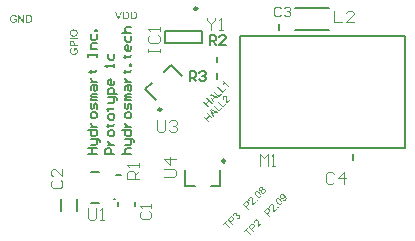
<source format=gto>
G04*
G04 #@! TF.GenerationSoftware,Altium Limited,Altium Designer,25.4.2 (15)*
G04*
G04 Layer_Color=65535*
%FSTAX24Y24*%
%MOIN*%
G70*
G04*
G04 #@! TF.SameCoordinates,E8C35838-7A26-4AB5-A82F-FF47F1EBD12F*
G04*
G04*
G04 #@! TF.FilePolarity,Positive*
G04*
G01*
G75*
%ADD10C,0.0098*%
%ADD11C,0.0079*%
%ADD12C,0.0059*%
%ADD13C,0.0059*%
%ADD14C,0.0050*%
%ADD15C,0.0047*%
G36*
X021111Y017973D02*
X021115D01*
X021119Y017973D01*
X021123Y017972D01*
X021128Y017972D01*
X021138Y01797D01*
X02115Y017967D01*
X021162Y017963D01*
X021167Y017961D01*
X021173Y017958D01*
X021174D01*
X021175Y017957D01*
X021176Y017957D01*
X021178Y017955D01*
X021181Y017954D01*
X021183Y017952D01*
X02119Y017947D01*
X021198Y017941D01*
X021205Y017933D01*
X021213Y017925D01*
X021219Y017914D01*
Y017914D01*
X02122Y017913D01*
X021221Y017912D01*
X021222Y017909D01*
X021223Y017907D01*
X021224Y017904D01*
X021225Y0179D01*
X021227Y017896D01*
X021228Y017892D01*
X02123Y017887D01*
X021232Y017877D01*
X021234Y017865D01*
X021234Y017853D01*
Y01785D01*
X021234Y017847D01*
Y017844D01*
X021233Y017841D01*
X021233Y017837D01*
X021232Y017832D01*
X02123Y017822D01*
X021227Y017811D01*
X021223Y017801D01*
X02122Y017795D01*
X021217Y01779D01*
X021217Y017789D01*
X021217Y017789D01*
X021215Y017787D01*
X021214Y017785D01*
X021213Y017783D01*
X02121Y01778D01*
X021205Y017774D01*
X021198Y017767D01*
X02119Y01776D01*
X021181Y017753D01*
X021171Y017747D01*
X02117D01*
X021169Y017746D01*
X021168Y017746D01*
X021166Y017745D01*
X021163Y017744D01*
X021159Y017743D01*
X021156Y017741D01*
X021152Y01774D01*
X021147Y017739D01*
X021142Y017737D01*
X021131Y017735D01*
X02112Y017734D01*
X021108Y017733D01*
X021107D01*
X021107D01*
X021105D01*
X021102Y017733D01*
X021097D01*
X021092Y017734D01*
X021086Y017735D01*
X021079Y017736D01*
X021072Y017737D01*
X021064Y017739D01*
X021056Y017741D01*
X021048Y017744D01*
X02104Y017747D01*
X021032Y017751D01*
X021024Y017755D01*
X021016Y017761D01*
X021009Y017766D01*
X021009Y017767D01*
X021008Y017768D01*
X021006Y01777D01*
X021004Y017773D01*
X021001Y017776D01*
X020998Y01778D01*
X020995Y017785D01*
X020992Y01779D01*
X020988Y017796D01*
X020985Y017802D01*
X020982Y01781D01*
X020979Y017817D01*
X020977Y017826D01*
X020975Y017834D01*
X020974Y017844D01*
X020974Y017853D01*
Y017857D01*
X020974Y017859D01*
Y017862D01*
X020974Y017866D01*
X020975Y01787D01*
X020976Y017874D01*
X020978Y017884D01*
X020981Y017895D01*
X020985Y017905D01*
X020988Y017911D01*
X02099Y017916D01*
X020991Y017917D01*
X020991Y017917D01*
X020992Y017919D01*
X020993Y017921D01*
X020995Y017923D01*
X020997Y017926D01*
X021003Y017932D01*
X021009Y017939D01*
X021017Y017946D01*
X021027Y017953D01*
X021037Y017959D01*
X021037D01*
X021039Y01796D01*
X02104Y01796D01*
X021042Y017961D01*
X021045Y017963D01*
X021048Y017964D01*
X021052Y017965D01*
X021057Y017967D01*
X021061Y017968D01*
X021067Y017969D01*
X021072Y017971D01*
X021078Y017972D01*
X021091Y017973D01*
X021105Y017974D01*
X021105D01*
X021107D01*
X021108D01*
X021111Y017973D01*
D02*
G37*
G36*
X02123Y017651D02*
X020978D01*
Y017684D01*
X02123D01*
Y017651D01*
D02*
G37*
G36*
X021057Y017602D02*
X021059Y017602D01*
X021063Y017601D01*
X021066Y017601D01*
X02107Y0176D01*
X021079Y017597D01*
X021083Y017596D01*
X021088Y017594D01*
X021092Y017591D01*
X021097Y017589D01*
X021101Y017585D01*
X021106Y017582D01*
X021106Y017581D01*
X021107Y017581D01*
X021108Y01758D01*
X021109Y017578D01*
X021111Y017576D01*
X021112Y017573D01*
X021115Y017569D01*
X021116Y017565D01*
X021119Y01756D01*
X021121Y017555D01*
X021123Y017549D01*
X021124Y017542D01*
X021126Y017535D01*
X021127Y017527D01*
X021127Y017518D01*
X021128Y017508D01*
Y017444D01*
X02123D01*
Y01741D01*
X020978D01*
Y017514D01*
X020978Y017519D01*
X020979Y017525D01*
X020979Y017532D01*
X02098Y017538D01*
X020981Y017544D01*
Y017544D01*
X020981Y017547D01*
X020982Y01755D01*
X020983Y017554D01*
X020985Y017559D01*
X020987Y017564D01*
X02099Y01757D01*
X020993Y017574D01*
X020993Y017575D01*
X020994Y017577D01*
X020996Y017579D01*
X020999Y017582D01*
X021002Y017585D01*
X021007Y017588D01*
X021011Y017592D01*
X021017Y017595D01*
X021017Y017595D01*
X021019Y017596D01*
X021023Y017597D01*
X021027Y017599D01*
X021032Y0176D01*
X021038Y017601D01*
X021044Y017602D01*
X021051Y017603D01*
X021052D01*
X021053D01*
X021054D01*
X021057Y017602D01*
D02*
G37*
G36*
X021195Y017361D02*
X021196Y01736D01*
X021197Y017359D01*
X021198Y017357D01*
X0212Y017355D01*
X021202Y017352D01*
X021204Y017349D01*
X021206Y017346D01*
X021211Y017338D01*
X021216Y017329D01*
X021221Y01732D01*
X021225Y01731D01*
Y01731D01*
X021225Y017309D01*
X021225Y017308D01*
X021226Y017306D01*
X021227Y017303D01*
X021228Y0173D01*
X021229Y017297D01*
X021229Y017294D01*
X021231Y017286D01*
X021233Y017277D01*
X021234Y017267D01*
X021234Y017257D01*
Y017253D01*
X021234Y017251D01*
Y017247D01*
X021234Y017243D01*
X021233Y017239D01*
X021233Y017234D01*
X02123Y017224D01*
X021228Y017212D01*
X021224Y017201D01*
X021222Y017195D01*
X021219Y017189D01*
X021218Y017189D01*
X021218Y017188D01*
X021217Y017186D01*
X021216Y017184D01*
X021214Y017181D01*
X021212Y017179D01*
X021207Y017172D01*
X021201Y017165D01*
X021193Y017157D01*
X021183Y01715D01*
X021173Y017143D01*
X021172D01*
X021171Y017142D01*
X02117Y017142D01*
X021167Y017141D01*
X021165Y01714D01*
X021161Y017138D01*
X021158Y017137D01*
X021153Y017136D01*
X021148Y017134D01*
X021143Y017133D01*
X021138Y017132D01*
X021132Y01713D01*
X021119Y017129D01*
X021106Y017128D01*
X021105D01*
X021104D01*
X021102D01*
X021099Y017128D01*
X021096D01*
X021092Y017129D01*
X021088Y017129D01*
X021083Y01713D01*
X021078Y017131D01*
X021073Y017132D01*
X021061Y017134D01*
X021049Y017138D01*
X021037Y017143D01*
X021037Y017144D01*
X021036Y017144D01*
X021034Y017145D01*
X021032Y017146D01*
X021029Y017148D01*
X021026Y017149D01*
X021019Y017154D01*
X021011Y017161D01*
X021004Y017168D01*
X020996Y017177D01*
X020993Y017182D01*
X020989Y017187D01*
X020989Y017188D01*
X020989Y017189D01*
X020988Y01719D01*
X020987Y017192D01*
X020986Y017195D01*
X020984Y017198D01*
X020983Y017202D01*
X020981Y017206D01*
X02098Y017211D01*
X020979Y017216D01*
X020977Y017222D01*
X020976Y017228D01*
X020974Y01724D01*
X020974Y017247D01*
Y017259D01*
X020974Y017261D01*
Y017264D01*
X020975Y017271D01*
X020976Y017278D01*
X020978Y017286D01*
X02098Y017295D01*
X020983Y017303D01*
Y017304D01*
X020983Y017304D01*
X020984Y017306D01*
X020984Y017307D01*
X020986Y017311D01*
X020989Y017316D01*
X020993Y017322D01*
X020997Y017327D01*
X021002Y017333D01*
X021008Y017338D01*
X021008Y017339D01*
X021011Y01734D01*
X021014Y017342D01*
X021019Y017345D01*
X021024Y017348D01*
X021032Y017351D01*
X02104Y017355D01*
X021049Y017357D01*
X021057Y017327D01*
X021056D01*
X021056Y017327D01*
X021055Y017326D01*
X021053Y017326D01*
X02105Y017325D01*
X021046Y017323D01*
X021041Y017321D01*
X021036Y017319D01*
X021031Y017316D01*
X021027Y017313D01*
X021026Y017312D01*
X021025Y017311D01*
X021023Y017309D01*
X02102Y017307D01*
X021017Y017303D01*
X021015Y017299D01*
X021012Y017294D01*
X021009Y017289D01*
X021009Y017288D01*
X021008Y017286D01*
X021007Y017283D01*
X021005Y017279D01*
X021004Y017273D01*
X021003Y017268D01*
X021003Y017261D01*
X021002Y017254D01*
Y01725D01*
X021003Y017248D01*
Y017246D01*
X021003Y017241D01*
X021004Y017235D01*
X021005Y017228D01*
X021007Y017221D01*
X021009Y017215D01*
X02101Y017214D01*
X021011Y017212D01*
X021012Y017209D01*
X021014Y017205D01*
X021017Y017201D01*
X02102Y017196D01*
X021024Y017192D01*
X021028Y017188D01*
X021028Y017187D01*
X021029Y017186D01*
X021032Y017184D01*
X021035Y017182D01*
X021039Y017179D01*
X021043Y017177D01*
X021048Y017174D01*
X021053Y017172D01*
X021053D01*
X021054Y017171D01*
X021055Y017171D01*
X021057Y01717D01*
X021059Y017169D01*
X021061Y017169D01*
X021064Y017168D01*
X021068Y017167D01*
X021075Y017165D01*
X021084Y017164D01*
X021093Y017162D01*
X021103Y017162D01*
X021104D01*
X021105D01*
X021107D01*
X021109Y017162D01*
X021112D01*
X021115Y017163D01*
X021119Y017163D01*
X021123Y017164D01*
X021132Y017165D01*
X021142Y017167D01*
X021151Y01717D01*
X02116Y017173D01*
X02116D01*
X021161Y017174D01*
X021162Y017174D01*
X021164Y017176D01*
X021168Y017178D01*
X021173Y017182D01*
X021178Y017187D01*
X021184Y017193D01*
X021189Y0172D01*
X021194Y017207D01*
Y017208D01*
X021194Y017208D01*
X021195Y017209D01*
X021195Y017211D01*
X021196Y017213D01*
X021197Y017216D01*
X021199Y017221D01*
X021201Y017229D01*
X021203Y017237D01*
X021204Y017245D01*
X021205Y017255D01*
Y017258D01*
X021204Y01726D01*
Y017263D01*
X021203Y017268D01*
X021203Y017275D01*
X021201Y017281D01*
X021199Y017289D01*
X021197Y017297D01*
Y017297D01*
X021196Y017298D01*
X021196Y017299D01*
X021195Y0173D01*
X021193Y017304D01*
X021191Y017308D01*
X021188Y017314D01*
X021186Y017319D01*
X021182Y017324D01*
X021179Y017328D01*
X021131D01*
Y017254D01*
X021102D01*
Y017361D01*
X021195D01*
X021195Y017361D01*
D02*
G37*
G36*
X02262Y018319D02*
X022585D01*
X022488Y018571D01*
X022524D01*
X02259Y018388D01*
Y018387D01*
X02259Y018387D01*
X022591Y018385D01*
X022591Y018384D01*
X022592Y018382D01*
X022592Y01838D01*
X022594Y018374D01*
X022596Y018368D01*
X022599Y018361D01*
X022603Y018346D01*
Y018347D01*
X022603Y018348D01*
X022604Y018349D01*
X022604Y01835D01*
X022605Y018354D01*
X022607Y01836D01*
X022609Y018366D01*
X022611Y018373D01*
X022613Y01838D01*
X022616Y018388D01*
X022685Y018571D01*
X022719D01*
X02262Y018319D01*
D02*
G37*
G36*
X023106Y01857D02*
X023114Y01857D01*
X023121Y018569D01*
X023128Y018568D01*
X023134Y018567D01*
X023135D01*
X023135Y018567D01*
X023137D01*
X023138Y018566D01*
X023142Y018565D01*
X023147Y018563D01*
X023153Y018561D01*
X023159Y018557D01*
X023165Y018554D01*
X023171Y018549D01*
X023172Y018549D01*
X023172Y018548D01*
X023173Y018547D01*
X023174Y018546D01*
X023178Y018542D01*
X023182Y018537D01*
X023187Y018531D01*
X023192Y018524D01*
X023197Y018515D01*
X023201Y018506D01*
Y018506D01*
X023201Y018505D01*
X023202Y018503D01*
X023202Y018501D01*
X023204Y018499D01*
X023204Y018496D01*
X023205Y018492D01*
X023206Y018488D01*
X023207Y018484D01*
X023208Y01848D01*
X02321Y01847D01*
X023211Y018458D01*
X023211Y018446D01*
Y018445D01*
Y018445D01*
Y018443D01*
Y018441D01*
X023211Y018439D01*
Y018436D01*
X02321Y018429D01*
X023209Y018421D01*
X023208Y018412D01*
X023206Y018404D01*
X023204Y018395D01*
Y018395D01*
X023204Y018394D01*
X023204Y018393D01*
X023203Y018391D01*
X023202Y018387D01*
X0232Y018382D01*
X023197Y018376D01*
X023194Y018371D01*
X023191Y018364D01*
X023187Y018359D01*
X023187Y018358D01*
X023185Y018356D01*
X023183Y018353D01*
X02318Y01835D01*
X023177Y018346D01*
X023173Y018343D01*
X023169Y018339D01*
X023164Y018336D01*
X023163Y018335D01*
X023162Y018334D01*
X023159Y018333D01*
X023156Y018331D01*
X023151Y018329D01*
X023146Y018327D01*
X023141Y018325D01*
X023134Y018323D01*
X023133D01*
X023132Y018322D01*
X023131Y018322D01*
X023127Y018322D01*
X023122Y018321D01*
X023117Y01832D01*
X02311Y01832D01*
X023102Y018319D01*
X023094Y018319D01*
X023003D01*
Y018571D01*
X0231D01*
X023106Y01857D01*
D02*
G37*
G36*
X022852D02*
X02286Y01857D01*
X022867Y018569D01*
X022874Y018568D01*
X02288Y018567D01*
X022881D01*
X022881Y018567D01*
X022882D01*
X022884Y018566D01*
X022888Y018565D01*
X022893Y018563D01*
X022899Y018561D01*
X022905Y018557D01*
X022911Y018554D01*
X022917Y018549D01*
X022917Y018549D01*
X022918Y018548D01*
X022919Y018547D01*
X02292Y018546D01*
X022924Y018542D01*
X022928Y018537D01*
X022933Y018531D01*
X022938Y018524D01*
X022943Y018515D01*
X022947Y018506D01*
Y018506D01*
X022947Y018505D01*
X022948Y018503D01*
X022948Y018501D01*
X022949Y018499D01*
X02295Y018496D01*
X022951Y018492D01*
X022952Y018488D01*
X022953Y018484D01*
X022954Y01848D01*
X022956Y01847D01*
X022957Y018458D01*
X022957Y018446D01*
Y018445D01*
Y018445D01*
Y018443D01*
Y018441D01*
X022957Y018439D01*
Y018436D01*
X022956Y018429D01*
X022955Y018421D01*
X022954Y018412D01*
X022952Y018404D01*
X02295Y018395D01*
Y018395D01*
X02295Y018394D01*
X022949Y018393D01*
X022949Y018391D01*
X022948Y018387D01*
X022945Y018382D01*
X022943Y018376D01*
X02294Y018371D01*
X022937Y018364D01*
X022933Y018359D01*
X022933Y018358D01*
X022931Y018356D01*
X022929Y018353D01*
X022926Y01835D01*
X022923Y018346D01*
X022919Y018343D01*
X022915Y018339D01*
X02291Y018336D01*
X022909Y018335D01*
X022908Y018334D01*
X022905Y018333D01*
X022902Y018331D01*
X022897Y018329D01*
X022892Y018327D01*
X022886Y018325D01*
X02288Y018323D01*
X022879D01*
X022878Y018322D01*
X022877Y018322D01*
X022873Y018322D01*
X022868Y018321D01*
X022862Y01832D01*
X022856Y01832D01*
X022848Y018319D01*
X02284Y018319D01*
X022749D01*
Y018571D01*
X022846D01*
X022852Y01857D01*
D02*
G37*
G36*
X019107Y018457D02*
X01911D01*
X019117Y018456D01*
X019125Y018455D01*
X019133Y018453D01*
X019142Y018451D01*
X01915Y018448D01*
X01915D01*
X019151Y018448D01*
X019152Y018447D01*
X019154Y018446D01*
X019158Y018444D01*
X019163Y018442D01*
X019168Y018438D01*
X019174Y018434D01*
X019179Y018429D01*
X019185Y018423D01*
X019185Y018422D01*
X019187Y01842D01*
X019189Y018417D01*
X019192Y018412D01*
X019195Y018406D01*
X019198Y018399D01*
X019201Y018391D01*
X019204Y018382D01*
X019174Y018374D01*
Y018374D01*
X019173Y018375D01*
X019173Y018376D01*
X019173Y018377D01*
X019171Y018381D01*
X01917Y018385D01*
X019168Y01839D01*
X019165Y018395D01*
X019163Y0184D01*
X019159Y018404D01*
X019159Y018405D01*
X019158Y018406D01*
X019156Y018408D01*
X019153Y01841D01*
X01915Y018413D01*
X019146Y018416D01*
X019141Y018419D01*
X019135Y018422D01*
X019135Y018422D01*
X019133Y018423D01*
X01913Y018424D01*
X019125Y018425D01*
X01912Y018426D01*
X019114Y018427D01*
X019108Y018428D01*
X019101Y018429D01*
X019097D01*
X019095Y018428D01*
X019093D01*
X019087Y018428D01*
X019081Y018427D01*
X019074Y018426D01*
X019068Y018424D01*
X019061Y018421D01*
X01906Y018421D01*
X019058Y01842D01*
X019055Y018418D01*
X019052Y018417D01*
X019047Y018414D01*
X019043Y018411D01*
X019038Y018407D01*
X019034Y018403D01*
X019034Y018403D01*
X019032Y018401D01*
X019031Y018399D01*
X019028Y018396D01*
X019026Y018392D01*
X019023Y018388D01*
X019021Y018383D01*
X019018Y018378D01*
Y018378D01*
X019018Y018377D01*
X019017Y018376D01*
X019017Y018374D01*
X019016Y018372D01*
X019015Y018369D01*
X019014Y018366D01*
X019013Y018363D01*
X019012Y018355D01*
X01901Y018347D01*
X019009Y018338D01*
X019009Y018327D01*
Y018327D01*
Y018326D01*
Y018324D01*
X019009Y018322D01*
Y018319D01*
X019009Y018315D01*
X01901Y018312D01*
X01901Y018308D01*
X019012Y018299D01*
X019013Y018289D01*
X019016Y01828D01*
X01902Y018271D01*
Y01827D01*
X019021Y018269D01*
X019021Y018268D01*
X019022Y018267D01*
X019025Y018263D01*
X019029Y018258D01*
X019033Y018252D01*
X019039Y018247D01*
X019046Y018242D01*
X019054Y018237D01*
X019054D01*
X019055Y018237D01*
X019056Y018236D01*
X019058Y018235D01*
X01906Y018235D01*
X019062Y018234D01*
X019068Y018232D01*
X019075Y01823D01*
X019083Y018228D01*
X019092Y018227D01*
X019101Y018226D01*
X019105D01*
X019107Y018227D01*
X019109D01*
X019115Y018227D01*
X019121Y018228D01*
X019128Y018229D01*
X019136Y018232D01*
X019143Y018234D01*
X019144D01*
X019144Y018235D01*
X019145Y018235D01*
X019147Y018236D01*
X019151Y018237D01*
X019155Y01824D01*
X01916Y018242D01*
X019166Y018245D01*
X019171Y018248D01*
X019175Y018252D01*
Y018299D01*
X019101D01*
Y018329D01*
X019208D01*
Y018236D01*
X019207Y018235D01*
X019207Y018235D01*
X019205Y018234D01*
X019203Y018232D01*
X019201Y018231D01*
X019199Y018229D01*
X019195Y018227D01*
X019192Y018225D01*
X019185Y01822D01*
X019176Y018215D01*
X019167Y01821D01*
X019157Y018206D01*
X019156D01*
X019156Y018206D01*
X019154Y018205D01*
X019152Y018205D01*
X01915Y018204D01*
X019147Y018203D01*
X019144Y018202D01*
X01914Y018201D01*
X019132Y0182D01*
X019123Y018198D01*
X019114Y018197D01*
X019103Y018196D01*
X0191D01*
X019097Y018197D01*
X019094D01*
X01909Y018197D01*
X019086Y018198D01*
X019081Y018198D01*
X01907Y0182D01*
X019059Y018203D01*
X019047Y018207D01*
X019041Y018209D01*
X019036Y018212D01*
X019035Y018212D01*
X019034Y018213D01*
X019033Y018214D01*
X019031Y018215D01*
X019028Y018217D01*
X019025Y018219D01*
X019019Y018224D01*
X019011Y01823D01*
X019004Y018238D01*
X018996Y018247D01*
X01899Y018258D01*
Y018258D01*
X018989Y018259D01*
X018988Y018261D01*
X018987Y018263D01*
X018986Y018266D01*
X018985Y018269D01*
X018984Y018273D01*
X018982Y018278D01*
X018981Y018282D01*
X018979Y018288D01*
X018978Y018293D01*
X018977Y018299D01*
X018975Y018312D01*
X018974Y018325D01*
Y018326D01*
Y018327D01*
Y018329D01*
X018975Y018331D01*
Y018335D01*
X018975Y018339D01*
X018976Y018343D01*
X018976Y018347D01*
X018977Y018353D01*
X018978Y018358D01*
X018981Y01837D01*
X018985Y018382D01*
X01899Y018394D01*
X01899Y018394D01*
X01899Y018395D01*
X018991Y018397D01*
X018993Y018399D01*
X018994Y018402D01*
X018996Y018405D01*
X019001Y018411D01*
X019007Y018419D01*
X019015Y018427D01*
X019024Y018435D01*
X019029Y018438D01*
X019034Y018441D01*
X019034Y018442D01*
X019035Y018442D01*
X019037Y018443D01*
X019039Y018444D01*
X019042Y018445D01*
X019045Y018446D01*
X019049Y018448D01*
X019053Y018449D01*
X019058Y018451D01*
X019063Y018452D01*
X019068Y018453D01*
X019074Y018454D01*
X019087Y018456D01*
X019094Y018457D01*
X019105D01*
X019107Y018457D01*
D02*
G37*
G36*
X019455Y018201D02*
X01942D01*
X019289Y018398D01*
Y018201D01*
X019257D01*
Y018453D01*
X019291D01*
X019423Y018255D01*
Y018453D01*
X019455D01*
Y018201D01*
D02*
G37*
G36*
X019614Y018452D02*
X019622Y018452D01*
X019629Y018451D01*
X019636Y01845D01*
X019642Y018449D01*
X019643D01*
X019644Y018449D01*
X019645D01*
X019646Y018448D01*
X01965Y018447D01*
X019655Y018445D01*
X019661Y018442D01*
X019667Y018439D01*
X019673Y018435D01*
X019679Y018431D01*
X01968Y01843D01*
X01968Y01843D01*
X019681Y018429D01*
X019682Y018428D01*
X019686Y018424D01*
X01969Y018419D01*
X019695Y018413D01*
X0197Y018406D01*
X019705Y018397D01*
X019709Y018388D01*
Y018387D01*
X019709Y018387D01*
X01971Y018385D01*
X019711Y018383D01*
X019712Y018381D01*
X019712Y018378D01*
X019713Y018374D01*
X019714Y01837D01*
X019715Y018366D01*
X019716Y018362D01*
X019718Y018351D01*
X019719Y01834D01*
X019719Y018328D01*
Y018327D01*
Y018327D01*
Y018325D01*
Y018323D01*
X019719Y01832D01*
Y018318D01*
X019719Y018311D01*
X019717Y018303D01*
X019716Y018294D01*
X019714Y018286D01*
X019712Y018277D01*
Y018276D01*
X019712Y018276D01*
X019712Y018275D01*
X019711Y018273D01*
X01971Y018269D01*
X019708Y018264D01*
X019705Y018258D01*
X019702Y018252D01*
X019699Y018246D01*
X019695Y01824D01*
X019695Y01824D01*
X019693Y018238D01*
X019691Y018235D01*
X019688Y018232D01*
X019685Y018228D01*
X019681Y018225D01*
X019677Y018221D01*
X019672Y018217D01*
X019672Y018217D01*
X01967Y018216D01*
X019668Y018215D01*
X019664Y018213D01*
X01966Y018211D01*
X019654Y018209D01*
X019649Y018207D01*
X019642Y018205D01*
X019641D01*
X01964Y018204D01*
X019639Y018204D01*
X019636Y018204D01*
X01963Y018203D01*
X019625Y018202D01*
X019618Y018201D01*
X01961Y018201D01*
X019602Y018201D01*
X019511D01*
Y018453D01*
X019608D01*
X019614Y018452D01*
D02*
G37*
G36*
X028054Y012489D02*
X028062Y012488D01*
X028071Y012486D01*
X02808Y012483D01*
X02808Y012483D01*
X028081Y012483D01*
X028083Y012482D01*
X028085Y012481D01*
X028087Y01248D01*
X02809Y012479D01*
X028093Y012477D01*
X028097Y012475D01*
X028101Y012472D01*
X028105Y012469D01*
X02811Y012465D01*
X028115Y012461D01*
X02812Y012457D01*
X028126Y012452D01*
X028132Y012447D01*
X028138Y012441D01*
X028138Y012441D01*
X028139Y01244D01*
X028141Y012438D01*
X028143Y012435D01*
X028146Y012432D01*
X028149Y012429D01*
X028153Y012425D01*
X028156Y01242D01*
X028164Y012411D01*
X028172Y0124D01*
X028179Y01239D01*
X028182Y012384D01*
X028185Y012379D01*
X028185Y012379D01*
X028185Y012378D01*
X028186Y012376D01*
X028187Y012374D01*
X028188Y012372D01*
X028189Y012369D01*
X028191Y012362D01*
X028192Y012354D01*
X028194Y012345D01*
X028194Y012336D01*
X028193Y012326D01*
X028193Y012326D01*
Y012325D01*
X028193Y012324D01*
X028192Y012322D01*
X028192Y01232D01*
X028191Y012317D01*
X02819Y012314D01*
X028189Y012311D01*
X028186Y012304D01*
X028182Y012297D01*
X028176Y012289D01*
X02817Y012281D01*
X028168Y012279D01*
X028166Y012278D01*
X028164Y012277D01*
X028162Y012275D01*
X028156Y012271D01*
X028149Y012267D01*
X028142Y012263D01*
X028133Y01226D01*
X028129Y012259D01*
X028124Y012259D01*
X02812D01*
X028117Y012259D01*
X028115Y012259D01*
X028108Y01226D01*
X028101Y012262D01*
X028093Y012266D01*
X028085Y01227D01*
X028076Y012276D01*
X028095Y012299D01*
X028095Y012298D01*
X028096Y012298D01*
X028096Y012298D01*
X028098Y012297D01*
X028101Y012295D01*
X028105Y012293D01*
X02811Y012291D01*
X028116Y012289D01*
X028121Y012287D01*
X028126Y012287D01*
X028127D01*
X028129Y012287D01*
X028132Y012288D01*
X028135Y012289D01*
X028139Y012291D01*
X028143Y012293D01*
X028148Y012296D01*
X028152Y0123D01*
X028154Y012302D01*
X028156Y012304D01*
X028158Y012306D01*
X02816Y01231D01*
X028162Y012313D01*
X028164Y012318D01*
X028165Y012322D01*
Y012322D01*
X028166Y012324D01*
X028166Y012327D01*
Y01233D01*
X028167Y012333D01*
Y012338D01*
X028166Y012342D01*
X028166Y012347D01*
Y012347D01*
X028165Y012349D01*
X028164Y012352D01*
X028163Y012355D01*
X028161Y01236D01*
X028159Y012365D01*
X028156Y01237D01*
X028152Y012376D01*
X028152Y012376D01*
Y012377D01*
X028151Y012377D01*
X028151Y012379D01*
X028149Y012382D01*
X028146Y012386D01*
X028142Y012391D01*
X028139Y012396D01*
X028134Y012401D01*
X028129Y012406D01*
X028129Y012406D01*
X028128Y012407D01*
X028127Y012408D01*
X028125Y01241D01*
X028125Y01241D01*
X028125Y012407D01*
X028125Y012404D01*
X028126Y0124D01*
Y012394D01*
X028126Y012389D01*
X028125Y012382D01*
X028124Y012375D01*
X028123Y012375D01*
X028123Y012372D01*
X028121Y012369D01*
X02812Y012365D01*
X028117Y01236D01*
X028114Y012355D01*
X02811Y012349D01*
X028105Y012344D01*
X028103Y012342D01*
X028102Y012341D01*
X028099Y012339D01*
X028097Y012337D01*
X028094Y012335D01*
X02809Y012333D01*
X028083Y012329D01*
X028078Y012328D01*
X028074Y012326D01*
X028069Y012324D01*
X028063Y012324D01*
X028058Y012323D01*
X028051D01*
X028049Y012323D01*
X028047Y012323D01*
X028044Y012324D01*
X028041Y012324D01*
X028037Y012326D01*
X028033Y012327D01*
X028029Y012328D01*
X028025Y01233D01*
X02802Y012332D01*
X028015Y012335D01*
X02801Y012338D01*
X028005Y012341D01*
X028Y012345D01*
X027995Y01235D01*
X027994Y01235D01*
X027993Y012351D01*
X027992Y012353D01*
X027991Y012355D01*
X027989Y012357D01*
X027986Y01236D01*
X027984Y012364D01*
X027981Y012368D01*
X027976Y012376D01*
X027974Y012381D01*
X027972Y012386D01*
X02797Y012392D01*
X027969Y012398D01*
X027967Y012403D01*
X027967Y012409D01*
Y01241D01*
Y012411D01*
Y012413D01*
X027967Y012415D01*
X027968Y012418D01*
X027968Y012421D01*
X027969Y012425D01*
X02797Y012429D01*
X027971Y012433D01*
X027973Y012437D01*
X027977Y012447D01*
X027979Y012452D01*
X027983Y012457D01*
X027986Y012461D01*
X02799Y012466D01*
X027992Y012468D01*
X027994Y012469D01*
X027995Y01247D01*
X027997Y012472D01*
X028002Y012475D01*
X028008Y012479D01*
X028015Y012483D01*
X028023Y012486D01*
X028031Y012488D01*
X028032Y012488D01*
X028033Y012488D01*
X028034Y012488D01*
X028036Y012489D01*
X02804Y012489D01*
X028046Y01249D01*
X028054Y012489D01*
D02*
G37*
G36*
X027913Y012351D02*
X02792Y01235D01*
X027921Y01235D01*
X027923Y01235D01*
X027926Y012348D01*
X027931Y012347D01*
X027937Y012345D01*
X027943Y012342D01*
X02795Y012339D01*
X027957Y012335D01*
X027958Y012335D01*
X027958Y012334D01*
X027959Y012334D01*
X027961Y012333D01*
X027963Y012331D01*
X027965Y01233D01*
X027968Y012328D01*
X02797Y012326D01*
X027974Y012323D01*
X027977Y012321D01*
X027981Y012317D01*
X027985Y012314D01*
X02799Y01231D01*
X027994Y012306D01*
X027999Y012302D01*
X028003Y012297D01*
X028004Y012297D01*
X028005Y012296D01*
X028007Y012294D01*
X028009Y012292D01*
X028011Y012289D01*
X028014Y012286D01*
X028017Y012282D01*
X028021Y012278D01*
X028028Y012269D01*
X028035Y012259D01*
X028042Y01225D01*
X028045Y012245D01*
X028047Y01224D01*
X028048Y012239D01*
X028048Y012239D01*
X028048Y012237D01*
X028049Y012235D01*
X028051Y012233D01*
X028051Y01223D01*
X028054Y012224D01*
X028056Y012216D01*
X028057Y012208D01*
X028058Y012199D01*
X028058Y01219D01*
X028058Y01219D01*
X028058Y012189D01*
X028058Y012188D01*
X028057Y012187D01*
X028057Y012184D01*
X028056Y012182D01*
X028054Y012176D01*
X028052Y01217D01*
X028048Y012163D01*
X028043Y012155D01*
X028036Y012148D01*
X028034Y012145D01*
X028031Y012144D01*
X028029Y012142D01*
X028026Y01214D01*
X028023Y012138D01*
X028019Y012135D01*
X028015Y012133D01*
X02801Y012131D01*
X028005Y012129D01*
X028Y012128D01*
X027995Y012126D01*
X027989Y012126D01*
X027983Y012125D01*
X027977Y012126D01*
X027977D01*
X027975Y012126D01*
X027973Y012126D01*
X02797Y012127D01*
X027966Y012128D01*
X027962Y01213D01*
X027957Y012132D01*
X027951Y012134D01*
X027945Y012137D01*
X027938Y012141D01*
X02793Y012146D01*
X027922Y012151D01*
X027914Y012157D01*
X027905Y012164D01*
X027896Y012172D01*
X027887Y012181D01*
X027887Y012181D01*
X027886Y012182D01*
X027884Y012184D01*
X027882Y012186D01*
X027879Y012189D01*
X027876Y012192D01*
X027873Y012196D01*
X02787Y0122D01*
X027862Y012208D01*
X027855Y012218D01*
X027848Y012228D01*
X027845Y012233D01*
X027843Y012238D01*
X027842Y012238D01*
X027842Y012239D01*
X027842Y012241D01*
X027841Y012242D01*
X027839Y012245D01*
X027839Y012248D01*
X027836Y012254D01*
X027834Y012261D01*
X027833Y012269D01*
X027832Y012278D01*
X027832Y012287D01*
X027833Y012287D01*
X027832Y012288D01*
X027833Y012289D01*
X027833Y012291D01*
X027833Y012293D01*
X027834Y012295D01*
X027836Y012301D01*
X027839Y012308D01*
X027842Y012315D01*
X027848Y012322D01*
X027854Y01233D01*
X027856Y012332D01*
X02786Y012335D01*
X027863Y012338D01*
X027868Y012341D01*
X027873Y012344D01*
X027879Y012347D01*
X027885Y012349D01*
X027885Y012349D01*
X027886D01*
X027888Y01235D01*
X027891Y01235D01*
X027896Y012351D01*
X027901Y012351D01*
X027907Y012352D01*
X027913Y012351D01*
D02*
G37*
G36*
X027943Y012061D02*
X027918Y012036D01*
X027893Y012061D01*
X027918Y012086D01*
X027943Y012061D01*
D02*
G37*
G36*
X027705Y012149D02*
X02771D01*
X027713Y012148D01*
X027716Y012148D01*
X02772Y012147D01*
X027727Y012145D01*
X027736Y012141D01*
X02774Y012139D01*
X027744Y012136D01*
X027748Y012133D01*
X027752Y012129D01*
X027753Y012129D01*
X027754Y012128D01*
X027756Y012125D01*
X027759Y012122D01*
X027761Y012119D01*
X027764Y012114D01*
X027767Y012109D01*
X027769Y012104D01*
X027769Y012103D01*
X02777Y012101D01*
X027771Y012098D01*
X027772Y012094D01*
X027773Y012088D01*
X027775Y012082D01*
X027775Y012075D01*
X027776Y012067D01*
Y012066D01*
X027776Y012063D01*
Y012061D01*
Y012058D01*
Y012055D01*
Y012051D01*
Y012047D01*
X027776Y012042D01*
Y012037D01*
X027776Y012031D01*
X027775Y012025D01*
X027775Y012018D01*
X027774Y01201D01*
X027774Y012002D01*
Y012002D01*
Y012001D01*
X027774Y011999D01*
X027773Y011997D01*
Y011994D01*
X027773Y01199D01*
X027772Y011983D01*
X027772Y011975D01*
X027772Y011967D01*
X027771Y01196D01*
X027771Y011957D01*
Y011954D01*
Y011954D01*
Y011952D01*
Y01195D01*
X027771Y011947D01*
X027772Y011944D01*
X027772Y011941D01*
X027773Y011933D01*
X027861Y012021D01*
X027882Y012D01*
X027764Y011882D01*
X027764Y011882D01*
X027763Y011883D01*
X027761Y011885D01*
X027759Y011887D01*
X027757Y01189D01*
X027755Y011893D01*
X027753Y011896D01*
X027751Y0119D01*
X027751Y0119D01*
Y011901D01*
X02775Y011903D01*
X027749Y011906D01*
X027747Y011911D01*
X027746Y011916D01*
X027744Y011923D01*
X027743Y01193D01*
X027742Y011938D01*
X027742Y011938D01*
X027742Y011939D01*
X027742Y011942D01*
Y011946D01*
Y011953D01*
Y011961D01*
X027742Y01197D01*
X027743Y011981D01*
X027744Y011993D01*
Y011994D01*
X027744Y011996D01*
X027745Y011998D01*
X027745Y012002D01*
X027745Y012006D01*
X027746Y012011D01*
X027746Y012017D01*
X027746Y012023D01*
X027747Y012035D01*
X027747Y012048D01*
Y012054D01*
X027747Y01206D01*
X027746Y012066D01*
X027746Y01207D01*
X027745Y012071D01*
X027746Y012071D01*
X027745Y012073D01*
X027745Y012074D01*
X027744Y012079D01*
X027742Y012084D01*
X02774Y01209D01*
X027738Y012096D01*
X027734Y012102D01*
X02773Y012107D01*
X027729Y012108D01*
X027729Y012108D01*
X027727Y012109D01*
X027724Y012112D01*
X027721Y012114D01*
X027716Y012116D01*
X027711Y012118D01*
X027705Y012119D01*
X027698Y01212D01*
X027697D01*
X027695Y01212D01*
X027692Y012119D01*
X027687Y012118D01*
X027682Y012116D01*
X027676Y012113D01*
X02767Y01211D01*
X027665Y012104D01*
X027663Y012103D01*
X027662Y012102D01*
X02766Y012098D01*
X027657Y012094D01*
X027654Y012089D01*
X027651Y012083D01*
X02765Y012076D01*
X027649Y012069D01*
Y012068D01*
X027649Y012066D01*
X02765Y012062D01*
X027651Y012058D01*
X027653Y012052D01*
X027656Y012046D01*
X02766Y01204D01*
X027665Y012034D01*
X027641Y012014D01*
X027641Y012014D01*
X02764Y012015D01*
X027639Y012016D01*
X027637Y012018D01*
X027636Y012021D01*
X027634Y012024D01*
X027632Y012027D01*
X02763Y012031D01*
X027626Y012039D01*
X027623Y012048D01*
X027621Y012053D01*
X02762Y012059D01*
X02762Y012064D01*
Y012069D01*
Y012069D01*
X02762Y01207D01*
Y012072D01*
X027621Y012074D01*
X027621Y012076D01*
X027622Y012079D01*
X027623Y012083D01*
X027624Y012086D01*
X027626Y012091D01*
X027627Y012095D01*
X02763Y012099D01*
X027632Y012104D01*
X027635Y012109D01*
X027639Y012113D01*
X027643Y012118D01*
X027647Y012123D01*
X02765Y012126D01*
X027652Y012127D01*
X027654Y012129D01*
X027657Y012131D01*
X02766Y012133D01*
X027664Y012136D01*
X027672Y012141D01*
X027681Y012145D01*
X027686Y012147D01*
X027691Y012148D01*
X027697Y012149D01*
X027702Y012149D01*
X027703D01*
X027704Y012149D01*
X027705Y012149D01*
D02*
G37*
G36*
X027578Y012012D02*
X027584Y012011D01*
X02759Y012009D01*
X027591Y012009D01*
X027592Y012008D01*
X027596Y012007D01*
X0276Y012005D01*
X027604Y012002D01*
X027609Y011999D01*
X027615Y011995D01*
X02762Y01199D01*
X02762Y01199D01*
X027621Y011989D01*
X027622Y011988D01*
X027623Y011986D01*
X027625Y011984D01*
X027627Y011982D01*
X027629Y011979D01*
X027631Y011975D01*
X027635Y011967D01*
X027637Y011963D01*
X027639Y011958D01*
X027641Y011953D01*
X027642Y011948D01*
X027643Y011943D01*
X027643Y011937D01*
Y011937D01*
Y011936D01*
Y011934D01*
X027643Y011932D01*
X027643Y011929D01*
X027642Y011926D01*
X027641Y011922D01*
X027639Y011918D01*
X027637Y011913D01*
X027635Y011908D01*
X027632Y011902D01*
X027628Y011896D01*
X027624Y01189D01*
X027619Y011884D01*
X027613Y011877D01*
X027607Y01187D01*
X027562Y011824D01*
X027634Y011752D01*
X02761Y011728D01*
X027432Y011906D01*
X027505Y011979D01*
X027509Y011983D01*
X027514Y011987D01*
X027519Y011991D01*
X027524Y011995D01*
X027528Y011999D01*
X027529Y011999D01*
X027531Y012D01*
X027534Y012002D01*
X027538Y012005D01*
X027542Y012007D01*
X027547Y012009D01*
X027553Y012011D01*
X027558Y012012D01*
X027559Y012012D01*
X027561Y012013D01*
X027564D01*
X027568Y012013D01*
X027573D01*
X027578Y012012D01*
D02*
G37*
G36*
X027551Y011564D02*
X027532Y011545D01*
X027299Y011779D01*
X027318Y011798D01*
X027551Y011564D01*
D02*
G37*
G36*
X027198Y011641D02*
X027202D01*
X027205Y011641D01*
X027208Y01164D01*
X027212Y01164D01*
X02722Y011637D01*
X027228Y011634D01*
X027233Y011632D01*
X027237Y011629D01*
X027241Y011625D01*
X027245Y011622D01*
X027245Y011621D01*
X027247Y01162D01*
X027249Y011618D01*
X027251Y011615D01*
X027254Y011611D01*
X027256Y011606D01*
X027259Y011601D01*
X027261Y011596D01*
X027262Y011595D01*
X027262Y011593D01*
X027263Y01159D01*
X027265Y011586D01*
X027266Y011581D01*
X027267Y011574D01*
X027268Y011567D01*
X027269Y01156D01*
Y011558D01*
X027269Y011556D01*
Y011553D01*
Y011551D01*
Y011547D01*
Y011543D01*
Y011539D01*
X027269Y011534D01*
Y011529D01*
X027268Y011523D01*
X027268Y011517D01*
X027268Y01151D01*
X027267Y011503D01*
X027266Y011495D01*
Y011494D01*
Y011493D01*
X027266Y011492D01*
X027266Y011489D01*
Y011486D01*
X027266Y011483D01*
X027265Y011475D01*
X027264Y011467D01*
X027264Y011459D01*
X027264Y011452D01*
X027263Y011449D01*
Y011447D01*
Y011446D01*
Y011445D01*
Y011443D01*
X027264Y01144D01*
X027264Y011437D01*
X027264Y011433D01*
X027266Y011426D01*
X027354Y011514D01*
X027375Y011493D01*
X027257Y011374D01*
X027256Y011375D01*
X027255Y011376D01*
X027254Y011377D01*
X027252Y01138D01*
X02725Y011382D01*
X027248Y011385D01*
X027246Y011388D01*
X027244Y011392D01*
X027244Y011392D01*
Y011393D01*
X027243Y011395D01*
X027241Y011398D01*
X02724Y011403D01*
X027238Y011409D01*
X027237Y011415D01*
X027235Y011422D01*
X027235Y01143D01*
X027234Y011431D01*
X027235Y011431D01*
X027234Y011434D01*
Y011439D01*
Y011445D01*
Y011453D01*
X027235Y011463D01*
X027235Y011474D01*
X027236Y011486D01*
Y011486D01*
X027237Y011488D01*
X027237Y011491D01*
X027237Y011494D01*
X027237Y011499D01*
X027238Y011504D01*
X027238Y011509D01*
X027239Y011515D01*
X027239Y011528D01*
X027239Y01154D01*
Y011547D01*
X027239Y011553D01*
X027239Y011558D01*
X027238Y011563D01*
X027238Y011563D01*
X027238Y011564D01*
X027238Y011565D01*
X027237Y011567D01*
X027236Y011571D01*
X027235Y011577D01*
X027233Y011583D01*
X02723Y011589D01*
X027226Y011595D01*
X027222Y0116D01*
X027222Y0116D01*
X027222Y0116D01*
X02722Y011602D01*
X027217Y011604D01*
X027213Y011606D01*
X027209Y011609D01*
X027203Y01161D01*
X027197Y011612D01*
X027191Y011612D01*
X02719D01*
X027187Y011612D01*
X027184Y011612D01*
X02718Y01161D01*
X027174Y011608D01*
X027169Y011606D01*
X027163Y011602D01*
X027157Y011597D01*
X027156Y011595D01*
X027155Y011594D01*
X027152Y011591D01*
X027149Y011586D01*
X027146Y011581D01*
X027144Y011575D01*
X027142Y011569D01*
X027141Y011562D01*
Y011561D01*
X027141Y011558D01*
X027142Y011555D01*
X027144Y01155D01*
X027145Y011545D01*
X027148Y011539D01*
X027153Y011532D01*
X027158Y011526D01*
X027133Y011506D01*
X027133Y011506D01*
X027132Y011507D01*
X027131Y011509D01*
X02713Y011511D01*
X027128Y011513D01*
X027126Y011516D01*
X027124Y01152D01*
X027122Y011523D01*
X027118Y011531D01*
X027115Y011541D01*
X027114Y011546D01*
X027113Y011551D01*
X027112Y011556D01*
Y011561D01*
Y011562D01*
X027113Y011563D01*
Y011564D01*
X027113Y011566D01*
X027114Y011569D01*
X027114Y011572D01*
X027115Y011575D01*
X027116Y011579D01*
X027118Y011583D01*
X02712Y011587D01*
X027122Y011592D01*
X027125Y011596D01*
X027128Y011601D01*
X027131Y011606D01*
X027135Y01161D01*
X02714Y011615D01*
X027142Y011618D01*
X027144Y011619D01*
X027147Y011621D01*
X027149Y011624D01*
X027153Y011626D01*
X027156Y011628D01*
X027165Y011633D01*
X027174Y011637D01*
X027179Y011639D01*
X027184Y011641D01*
X027189Y011641D01*
X027195Y011642D01*
X027195D01*
X027196Y011642D01*
X027198Y011641D01*
D02*
G37*
G36*
X02707Y011504D02*
X027076Y011504D01*
X027082Y011502D01*
X027083Y011502D01*
X027085Y011501D01*
X027088Y0115D01*
X027092Y011497D01*
X027097Y011495D01*
X027102Y011492D01*
X027107Y011487D01*
X027112Y011483D01*
X027112Y011483D01*
X027113Y011482D01*
X027114Y011481D01*
X027116Y011479D01*
X027117Y011477D01*
X027119Y011474D01*
X027121Y011471D01*
X027124Y011468D01*
X027128Y01146D01*
X02713Y011456D01*
X027132Y011451D01*
X027133Y011446D01*
X027134Y011441D01*
X027135Y011435D01*
X027136Y01143D01*
Y011429D01*
Y011428D01*
Y011427D01*
X027135Y011425D01*
X027135Y011422D01*
X027134Y011418D01*
X027133Y011414D01*
X027132Y01141D01*
X02713Y011405D01*
X027128Y0114D01*
X027125Y011395D01*
X027121Y011389D01*
X027117Y011382D01*
X027112Y011376D01*
X027106Y011369D01*
X027099Y011362D01*
X027054Y011317D01*
X027126Y011244D01*
X027103Y011221D01*
X026924Y011399D01*
X026998Y011472D01*
X027002Y011475D01*
X027006Y011479D01*
X027011Y011484D01*
X027016Y011488D01*
X02702Y011491D01*
X027021Y011492D01*
X027023Y011493D01*
X027026Y011495D01*
X02703Y011497D01*
X027035Y011499D01*
X02704Y011501D01*
X027045Y011503D01*
X027051Y011504D01*
X027052Y011505D01*
X027053Y011505D01*
X027057D01*
X02706Y011505D01*
X027065D01*
X02707Y011504D01*
D02*
G37*
G36*
X026921Y011353D02*
X026862Y011294D01*
X027019Y011137D01*
X026996Y011114D01*
X026839Y011271D01*
X02678Y011212D01*
X026759Y011233D01*
X0269Y011374D01*
X026921Y011353D01*
D02*
G37*
G36*
X027352Y012728D02*
X027355Y012727D01*
X027361Y012726D01*
X027369Y012724D01*
X027377Y012721D01*
X027385Y012716D01*
X027389Y012713D01*
X027392Y012709D01*
X027393Y012709D01*
X027393Y012709D01*
X027394Y012707D01*
X027397Y012705D01*
X027399Y012701D01*
X027402Y012697D01*
X027404Y012692D01*
X027406Y012687D01*
X027407Y012681D01*
X027408Y01268D01*
Y012678D01*
Y012675D01*
Y012671D01*
X027407Y012666D01*
X027406Y01266D01*
X027404Y012654D01*
X027402Y012647D01*
X027402Y012648D01*
X027403Y012648D01*
X027404Y012648D01*
X027406Y012649D01*
X02741Y012651D01*
X027415Y012653D01*
X027422Y012654D01*
X027429Y012655D01*
X027436Y012655D01*
X027444Y012655D01*
X027444Y012655D01*
X027445D01*
X027447Y012654D01*
X027451Y012653D01*
X027456Y012651D01*
X027462Y012649D01*
X027468Y012645D01*
X027475Y012641D01*
X027481Y012635D01*
X027481Y012635D01*
X027482Y012634D01*
X027483Y012633D01*
X027485Y012631D01*
X027486Y012629D01*
X027488Y012627D01*
X02749Y012623D01*
X027492Y01262D01*
X027496Y012612D01*
X027498Y012608D01*
X0275Y012603D01*
X027501Y012598D01*
X027502Y012592D01*
X027503Y012587D01*
X027503Y012581D01*
Y01258D01*
Y012579D01*
Y012578D01*
X027503Y012576D01*
X027502Y012573D01*
X027502Y012569D01*
X0275Y012566D01*
X027499Y012562D01*
X027498Y012557D01*
X027496Y012553D01*
X027494Y012548D01*
X027491Y012543D01*
X027488Y012538D01*
X027485Y012533D01*
X027481Y012528D01*
X027476Y012523D01*
X027473Y01252D01*
X027471Y012519D01*
X027469Y012517D01*
X027466Y012514D01*
X027463Y012512D01*
X027459Y01251D01*
X02745Y012505D01*
X027445Y012502D01*
X027441Y0125D01*
X027435Y012498D01*
X027429Y012497D01*
X027424Y012496D01*
X027418Y012496D01*
X027415D01*
X027412Y012496D01*
X02741Y012496D01*
X027407Y012497D01*
X027403Y012497D01*
X027399Y012498D01*
X027395Y012499D01*
X027391Y012501D01*
X027382Y012505D01*
X027377Y012508D01*
X027372Y012511D01*
X027367Y012515D01*
X027363Y012518D01*
X027363Y012519D01*
X027362Y012519D01*
X027361Y01252D01*
X02736Y012522D01*
X027359Y012523D01*
X027357Y012525D01*
X027354Y01253D01*
X02735Y012535D01*
X027347Y012542D01*
X027345Y012549D01*
X027343Y012556D01*
X027342Y012557D01*
X027343Y012557D01*
X027342Y01256D01*
Y012564D01*
X027343Y012569D01*
X027344Y012575D01*
X027345Y012583D01*
X027348Y01259D01*
X027352Y012598D01*
X027352Y012597D01*
X027351D01*
X02735Y012597D01*
X027349Y012596D01*
X027345Y012595D01*
X027341Y012593D01*
X027335Y012592D01*
X027329Y012591D01*
X027323Y012591D01*
X027317Y012591D01*
X027317Y012592D01*
X027315Y012592D01*
X027312Y012593D01*
X027308Y012594D01*
X027304Y012596D01*
X027299Y012599D01*
X027294Y012603D01*
X027289Y012607D01*
X027288Y012608D01*
X027288Y012608D01*
X027287Y012609D01*
X027286Y012611D01*
X027284Y012613D01*
X027282Y012615D01*
X027279Y01262D01*
X027276Y012627D01*
X027273Y012635D01*
X027271Y012639D01*
X02727Y012644D01*
X02727Y012649D01*
X02727Y012654D01*
Y012654D01*
X02727Y012655D01*
Y012657D01*
X02727Y012658D01*
X027271Y012661D01*
X027271Y012664D01*
X027272Y012667D01*
X027273Y01267D01*
X027274Y012674D01*
X027276Y012678D01*
X027278Y012682D01*
X02728Y012687D01*
X027286Y012696D01*
X02729Y0127D01*
X027294Y012704D01*
X027296Y012707D01*
X027298Y012708D01*
X0273Y01271D01*
X027303Y012712D01*
X027305Y012714D01*
X027309Y012716D01*
X027316Y012721D01*
X027325Y012724D01*
X02733Y012726D01*
X027334Y012727D01*
X02734Y012728D01*
X027345Y012728D01*
X027349D01*
X027352Y012728D01*
D02*
G37*
G36*
X027214Y012587D02*
X027221Y012586D01*
X027222Y012586D01*
X027224Y012586D01*
X027227Y012585D01*
X027233Y012583D01*
X027238Y012581D01*
X027244Y012578D01*
X027251Y012575D01*
X027259Y012571D01*
X027259Y012571D01*
X02726Y01257D01*
X027261Y01257D01*
X027262Y012569D01*
X027264Y012568D01*
X027266Y012566D01*
X027269Y012564D01*
X027272Y012562D01*
X027275Y01256D01*
X027278Y012557D01*
X027282Y012553D01*
X027286Y01255D01*
X027291Y012547D01*
X027295Y012542D01*
X0273Y012538D01*
X027305Y012533D01*
X027305Y012533D01*
X027306Y012532D01*
X027308Y01253D01*
X02731Y012528D01*
X027312Y012525D01*
X027315Y012522D01*
X027319Y012518D01*
X027322Y012514D01*
X027329Y012505D01*
X027337Y012496D01*
X027343Y012486D01*
X027346Y012481D01*
X027349Y012476D01*
X027349Y012476D01*
X027349Y012475D01*
X02735Y012473D01*
X02735Y012471D01*
X027352Y012469D01*
X027352Y012466D01*
X027355Y01246D01*
X027357Y012453D01*
X027359Y012444D01*
X027359Y012436D01*
X027359Y012427D01*
X027359Y012426D01*
X027359Y012426D01*
X027359Y012424D01*
X027358Y012423D01*
X027358Y012421D01*
X027358Y012418D01*
X027356Y012413D01*
X027353Y012406D01*
X027349Y012399D01*
X027344Y012392D01*
X027337Y012384D01*
X027335Y012382D01*
X027333Y01238D01*
X02733Y012378D01*
X027327Y012376D01*
X027324Y012374D01*
X02732Y012372D01*
X027316Y012369D01*
X027312Y012367D01*
X027307Y012365D01*
X027302Y012364D01*
X027296Y012363D01*
X02729Y012362D01*
X027284Y012361D01*
X027278Y012362D01*
X027278D01*
X027277Y012362D01*
X027275Y012363D01*
X027271Y012363D01*
X027268Y012364D01*
X027263Y012366D01*
X027258Y012368D01*
X027252Y01237D01*
X027246Y012374D01*
X027239Y012377D01*
X027232Y012382D01*
X027224Y012387D01*
X027215Y012393D01*
X027207Y0124D01*
X027198Y012408D01*
X027188Y012417D01*
X027188Y012417D01*
X027187Y012418D01*
X027185Y01242D01*
X027183Y012422D01*
X027181Y012425D01*
X027177Y012428D01*
X027174Y012432D01*
X027171Y012436D01*
X027164Y012445D01*
X027156Y012454D01*
X027149Y012464D01*
X027147Y012469D01*
X027144Y012474D01*
X027143Y012474D01*
X027143Y012475D01*
X027143Y012477D01*
X027142Y012479D01*
X027141Y012481D01*
X02714Y012484D01*
X027138Y01249D01*
X027136Y012497D01*
X027134Y012506D01*
X027133Y012514D01*
X027133Y012523D01*
X027134Y012523D01*
X027133Y012524D01*
X027134Y012525D01*
X027134Y012527D01*
X027134Y012529D01*
X027135Y012532D01*
X027137Y012538D01*
X02714Y012544D01*
X027143Y012551D01*
X027149Y012559D01*
X027155Y012566D01*
X027158Y012568D01*
X027161Y012571D01*
X027165Y012574D01*
X027169Y012577D01*
X027174Y01258D01*
X02718Y012583D01*
X027186Y012585D01*
X027186Y012585D01*
X027187D01*
X027189Y012586D01*
X027192Y012587D01*
X027197Y012587D01*
X027202Y012588D01*
X027208Y012588D01*
X027214Y012587D01*
D02*
G37*
G36*
X027244Y012297D02*
X027219Y012272D01*
X027194Y012297D01*
X027219Y012322D01*
X027244Y012297D01*
D02*
G37*
G36*
X027006Y012385D02*
X027011D01*
X027014Y012385D01*
X027017Y012384D01*
X027021Y012383D01*
X027028Y012381D01*
X027037Y012377D01*
X027041Y012375D01*
X027045Y012372D01*
X02705Y012369D01*
X027054Y012366D01*
X027054Y012365D01*
X027055Y012364D01*
X027057Y012361D01*
X02706Y012358D01*
X027062Y012355D01*
X027065Y01235D01*
X027068Y012345D01*
X02707Y01234D01*
X02707Y012339D01*
X027071Y012337D01*
X027072Y012334D01*
X027073Y01233D01*
X027075Y012325D01*
X027076Y012318D01*
X027077Y012311D01*
X027077Y012303D01*
Y012302D01*
X027078Y012299D01*
Y012297D01*
Y012294D01*
Y012291D01*
Y012287D01*
Y012283D01*
X027077Y012278D01*
Y012273D01*
X027077Y012267D01*
X027077Y012261D01*
X027076Y012254D01*
X027076Y012246D01*
X027075Y012239D01*
Y012238D01*
Y012237D01*
X027075Y012235D01*
X027075Y012233D01*
Y01223D01*
X027074Y012227D01*
X027073Y012219D01*
X027073Y012211D01*
X027073Y012203D01*
X027072Y012196D01*
X027072Y012193D01*
Y012191D01*
Y01219D01*
Y012189D01*
Y012186D01*
X027072Y012184D01*
X027073Y012181D01*
X027073Y012177D01*
X027075Y01217D01*
X027162Y012257D01*
X027183Y012236D01*
X027065Y012118D01*
X027065Y012119D01*
X027064Y01212D01*
X027062Y012121D01*
X027061Y012123D01*
X027059Y012126D01*
X027057Y012129D01*
X027054Y012132D01*
X027053Y012136D01*
X027052Y012136D01*
Y012137D01*
X027051Y012139D01*
X02705Y012142D01*
X027049Y012147D01*
X027047Y012152D01*
X027045Y012159D01*
X027044Y012166D01*
X027043Y012174D01*
X027043Y012174D01*
X027043Y012175D01*
X027043Y012178D01*
Y012183D01*
Y012189D01*
Y012197D01*
X027043Y012207D01*
X027044Y012218D01*
X027045Y012229D01*
Y01223D01*
X027045Y012232D01*
X027046Y012235D01*
X027046Y012238D01*
X027046Y012242D01*
X027047Y012247D01*
X027047Y012253D01*
X027047Y012259D01*
X027048Y012272D01*
X027048Y012284D01*
Y01229D01*
X027048Y012296D01*
X027047Y012302D01*
X027047Y012307D01*
X027046Y012307D01*
X027047Y012308D01*
X027046Y012309D01*
X027046Y012311D01*
X027045Y012315D01*
X027044Y012321D01*
X027041Y012326D01*
X027039Y012333D01*
X027035Y012339D01*
X027031Y012344D01*
X02703Y012344D01*
X02703Y012344D01*
X027028Y012346D01*
X027026Y012348D01*
X027022Y01235D01*
X027017Y012352D01*
X027012Y012354D01*
X027006Y012356D01*
X026999Y012356D01*
X026998D01*
X026996Y012356D01*
X026993Y012355D01*
X026988Y012354D01*
X026983Y012352D01*
X026977Y01235D01*
X026972Y012346D01*
X026966Y012341D01*
X026964Y012339D01*
X026964Y012338D01*
X026961Y012334D01*
X026958Y01233D01*
X026955Y012325D01*
X026953Y012319D01*
X026951Y012313D01*
X02695Y012306D01*
Y012305D01*
X02695Y012302D01*
X026951Y012299D01*
X026952Y012294D01*
X026954Y012289D01*
X026957Y012282D01*
X026961Y012276D01*
X026967Y01227D01*
X026942Y01225D01*
X026942Y01225D01*
X026941Y012251D01*
X02694Y012252D01*
X026938Y012254D01*
X026937Y012257D01*
X026935Y01226D01*
X026933Y012263D01*
X026931Y012267D01*
X026927Y012275D01*
X026924Y012285D01*
X026922Y012289D01*
X026922Y012295D01*
X026921Y0123D01*
Y012305D01*
Y012306D01*
X026921Y012306D01*
Y012308D01*
X026922Y01231D01*
X026922Y012313D01*
X026923Y012315D01*
X026924Y012319D01*
X026925Y012323D01*
X026927Y012327D01*
X026929Y012331D01*
X026931Y012335D01*
X026933Y01234D01*
X026937Y012345D01*
X02694Y01235D01*
X026944Y012354D01*
X026948Y012359D01*
X026951Y012362D01*
X026953Y012363D01*
X026955Y012365D01*
X026958Y012367D01*
X026962Y01237D01*
X026965Y012372D01*
X026973Y012377D01*
X026983Y012381D01*
X026988Y012383D01*
X026993Y012384D01*
X026998Y012385D01*
X027003Y012385D01*
X027004D01*
X027005Y012386D01*
X027006Y012385D01*
D02*
G37*
G36*
X026879Y012248D02*
X026885Y012247D01*
X026891Y012246D01*
X026892Y012245D01*
X026894Y012245D01*
X026897Y012243D01*
X026901Y012241D01*
X026905Y012238D01*
X026911Y012235D01*
X026916Y012231D01*
X026921Y012227D01*
X026921Y012226D01*
X026922Y012226D01*
X026923Y012225D01*
X026924Y012222D01*
X026926Y01222D01*
X026928Y012218D01*
X02693Y012215D01*
X026932Y012211D01*
X026937Y012204D01*
X026939Y0122D01*
X02694Y012195D01*
X026942Y01219D01*
X026943Y012185D01*
X026944Y012179D01*
X026945Y012174D01*
Y012173D01*
Y012172D01*
Y01217D01*
X026944Y012168D01*
X026944Y012166D01*
X026943Y012162D01*
X026942Y012158D01*
X02694Y012154D01*
X026939Y012149D01*
X026936Y012144D01*
X026933Y012138D01*
X02693Y012132D01*
X026925Y012126D01*
X026921Y01212D01*
X026915Y012113D01*
X026908Y012106D01*
X026863Y01206D01*
X026935Y011988D01*
X026911Y011964D01*
X026733Y012142D01*
X026806Y012216D01*
X02681Y012219D01*
X026815Y012223D01*
X02682Y012228D01*
X026825Y012231D01*
X026829Y012235D01*
X02683Y012235D01*
X026832Y012237D01*
X026835Y012238D01*
X026839Y012241D01*
X026843Y012243D01*
X026849Y012245D01*
X026854Y012247D01*
X02686Y012248D01*
X02686Y012248D01*
X026862Y012249D01*
X026865D01*
X026869Y012249D01*
X026874D01*
X026879Y012248D01*
D02*
G37*
G36*
X026853Y011801D02*
X026834Y011782D01*
X0266Y012015D01*
X026619Y012034D01*
X026853Y011801D01*
D02*
G37*
G36*
X0265Y011872D02*
X026507Y011871D01*
X026507Y01187D01*
X02651Y01187D01*
X026513Y011869D01*
X026517Y011867D01*
X026522Y011865D01*
X026527Y011862D01*
X026532Y011859D01*
X026536Y011854D01*
X026537Y011854D01*
X026538Y011852D01*
X02654Y01185D01*
X026542Y011847D01*
X026545Y011843D01*
X026547Y011838D01*
X026549Y011833D01*
X026551Y011827D01*
X026551Y011826D01*
X026552Y011824D01*
X026552Y011821D01*
Y011817D01*
X026552Y011812D01*
X026551Y011806D01*
X02655Y0118D01*
X026548Y011794D01*
X026548Y011794D01*
X026549Y011794D01*
X02655Y011795D01*
X026551Y011795D01*
X026555Y011797D01*
X02656Y011799D01*
X026566Y011801D01*
X026573Y011803D01*
X02658Y011803D01*
X026588Y011803D01*
X026588Y011803D01*
X026591Y011802D01*
X026595Y011801D01*
X0266Y0118D01*
X026606Y011797D01*
X026612Y011794D01*
X026619Y011789D01*
X026625Y011783D01*
X026625Y011783D01*
X026626Y011782D01*
X026627Y011781D01*
X026629Y011779D01*
X026631Y011777D01*
X026632Y011774D01*
X026634Y011771D01*
X026637Y011767D01*
X026641Y011759D01*
X026643Y011754D01*
X026644Y01175D01*
X026645Y011744D01*
X026646Y011739D01*
X026647Y011733D01*
Y011726D01*
Y011726D01*
Y011725D01*
X026647Y011723D01*
X026647Y011721D01*
X026646Y011718D01*
X026646Y011715D01*
X026645Y011711D01*
X026643Y011707D01*
X026642Y011702D01*
X02664Y011697D01*
X026638Y011693D01*
X026636Y011688D01*
X026633Y011682D01*
X026629Y011677D01*
X026625Y011672D01*
X02662Y011667D01*
X026618Y011665D01*
X026616Y011664D01*
X026614Y011662D01*
X026611Y01166D01*
X026608Y011658D01*
X026605Y011655D01*
X026597Y011651D01*
X026588Y011647D01*
X026583Y011645D01*
X026579Y011644D01*
X026573Y011643D01*
X026568Y011642D01*
X026565D01*
X026563Y011643D01*
X02656D01*
X026557Y011643D01*
X026554Y011643D01*
X02655Y011644D01*
X026546Y011645D01*
X026542Y011646D01*
X026533Y01165D01*
X026523Y011654D01*
X026519Y011658D01*
X026514Y011661D01*
X026533Y011686D01*
X026533Y011686D01*
X026534Y011685D01*
X026535Y011685D01*
X026537Y011684D01*
X026539Y011682D01*
X026541Y011681D01*
X026546Y011678D01*
X026553Y011676D01*
X026559Y011673D01*
X026566Y011672D01*
X026573Y011671D01*
X026573Y011672D01*
X026575D01*
X026579Y011672D01*
X026583Y011674D01*
X026587Y011675D01*
X026592Y011678D01*
X026598Y011681D01*
X026603Y011686D01*
X026604Y011687D01*
X026605Y011688D01*
X026608Y011691D01*
X02661Y011696D01*
X026613Y011701D01*
X026616Y011707D01*
X026618Y011714D01*
X026618Y011722D01*
Y011723D01*
X026618Y011726D01*
X026617Y01173D01*
X026616Y011735D01*
X026614Y011741D01*
X026611Y011747D01*
X026608Y011753D01*
X026602Y011759D01*
X026602Y01176D01*
X026602Y01176D01*
X026601Y011761D01*
X0266Y011762D01*
X026597Y011764D01*
X026592Y011767D01*
X026587Y01177D01*
X026581Y011772D01*
X026575Y011774D01*
X026567Y011774D01*
X026566D01*
X026564Y011774D01*
X026561Y011774D01*
X026556Y011773D01*
X02655Y011771D01*
X026545Y011768D01*
X026539Y011764D01*
X026533Y011759D01*
X02653Y011757D01*
X026529Y011755D01*
X026527Y011752D01*
X026525Y011749D01*
X026522Y011746D01*
X02652Y011741D01*
X026503Y011763D01*
X026504Y011765D01*
X026505Y011765D01*
X026509Y011769D01*
X026511Y011772D01*
X026514Y011776D01*
X026517Y011781D01*
X02652Y011786D01*
X026522Y011792D01*
X026524Y011799D01*
X026525Y011799D01*
Y0118D01*
X026525Y011802D01*
Y011806D01*
X026525Y01181D01*
X026523Y011815D01*
X026521Y011821D01*
X026518Y011827D01*
X026516Y01183D01*
X026513Y011833D01*
X026513Y011833D01*
X026513Y011833D01*
X026511Y011835D01*
X026509Y011836D01*
X026505Y011838D01*
X026501Y011841D01*
X026497Y011843D01*
X026491Y011844D01*
X026485Y011844D01*
X026485D01*
X026483Y011844D01*
X026479Y011843D01*
X026476Y011843D01*
X026471Y011841D01*
X026466Y011838D01*
X026461Y011835D01*
X026456Y011831D01*
X026454Y011829D01*
X026452Y011826D01*
X02645Y011823D01*
X026448Y011818D01*
X026445Y011813D01*
X026444Y011808D01*
X026443Y011802D01*
Y011801D01*
X026443Y011799D01*
X026444Y011796D01*
X026444Y011791D01*
X026446Y011786D01*
X026448Y01178D01*
X026452Y011774D01*
X026456Y011767D01*
X026431Y011749D01*
X02643Y011749D01*
X02643Y01175D01*
X026429Y011752D01*
X026428Y011754D01*
X026426Y011756D01*
X026425Y011759D01*
X026422Y011765D01*
X026419Y011773D01*
X026416Y011782D01*
X026415Y011791D01*
Y011801D01*
Y011802D01*
X026415Y011802D01*
X026415Y011804D01*
X026415Y011806D01*
X026416Y011808D01*
X026416Y011811D01*
X026417Y011813D01*
X026418Y011817D01*
X026421Y011824D01*
X026425Y011832D01*
X026431Y011841D01*
X026434Y011845D01*
X02644Y011851D01*
X026443Y011854D01*
X026447Y011856D01*
X026452Y01186D01*
X026458Y011863D01*
X026464Y011866D01*
X026471Y011869D01*
X026471Y011869D01*
X026472D01*
X026474Y01187D01*
X026478Y011871D01*
X026482Y011871D01*
X026488Y011872D01*
X026494Y011872D01*
X0265Y011872D01*
D02*
G37*
G36*
X026372Y011741D02*
X026378Y01174D01*
X026383Y011738D01*
X026384Y011738D01*
X026386Y011737D01*
X026389Y011736D01*
X026393Y011734D01*
X026398Y011731D01*
X026403Y011728D01*
X026408Y011724D01*
X026413Y011719D01*
X026414Y011719D01*
X026414Y011718D01*
X026415Y011717D01*
X026417Y011715D01*
X026418Y011713D01*
X026421Y01171D01*
X026423Y011707D01*
X026425Y011704D01*
X026429Y011696D01*
X026431Y011692D01*
X026433Y011687D01*
X026434Y011682D01*
X026436Y011677D01*
X026436Y011672D01*
X026437Y011666D01*
Y011666D01*
Y011664D01*
Y011663D01*
X026436Y011661D01*
X026436Y011658D01*
X026435Y011655D01*
X026434Y011651D01*
X026433Y011646D01*
X026431Y011642D01*
X026429Y011636D01*
X026426Y011631D01*
X026422Y011625D01*
X026418Y011619D01*
X026413Y011612D01*
X026407Y011605D01*
X026401Y011598D01*
X026355Y011553D01*
X026427Y01148D01*
X026404Y011457D01*
X026226Y011635D01*
X026299Y011708D01*
X026303Y011712D01*
X026308Y011716D01*
X026312Y01172D01*
X026317Y011724D01*
X026322Y011727D01*
X026322Y011728D01*
X026324Y011729D01*
X026327Y011731D01*
X026331Y011733D01*
X026336Y011735D01*
X026341Y011737D01*
X026347Y011739D01*
X026352Y011741D01*
X026353Y011741D01*
X026355Y011741D01*
X026358D01*
X026362Y011741D01*
X026366D01*
X026372Y011741D01*
D02*
G37*
G36*
X026222Y011589D02*
X026164Y011531D01*
X026321Y011374D01*
X026297Y01135D01*
X02614Y011507D01*
X026081Y011448D01*
X02606Y011469D01*
X026201Y01161D01*
X026222Y011589D01*
D02*
G37*
G36*
X026149Y015766D02*
X026154D01*
X026157Y015766D01*
X02616Y015765D01*
X026164Y015765D01*
X026171Y015762D01*
X02618Y015759D01*
X026184Y015757D01*
X026188Y015753D01*
X026193Y01575D01*
X026197Y015747D01*
X026197Y015746D01*
X026198Y015745D01*
X0262Y015743D01*
X026203Y01574D01*
X026205Y015736D01*
X026208Y015731D01*
X026211Y015726D01*
X026213Y015721D01*
X026213Y01572D01*
X026214Y015718D01*
X026215Y015715D01*
X026216Y015711D01*
X026218Y015706D01*
X026219Y015699D01*
X02622Y015692D01*
X02622Y015684D01*
Y015683D01*
X026221Y015681D01*
Y015678D01*
Y015675D01*
Y015672D01*
Y015668D01*
Y015664D01*
X02622Y015659D01*
Y015654D01*
X02622Y015648D01*
X02622Y015642D01*
X026219Y015635D01*
X026219Y015628D01*
X026218Y01562D01*
Y015619D01*
Y015618D01*
X026218Y015617D01*
X026218Y015614D01*
Y015611D01*
X026217Y015608D01*
X026216Y0156D01*
X026216Y015592D01*
X026216Y015584D01*
X026215Y015577D01*
X026215Y015574D01*
Y015572D01*
Y015571D01*
Y01557D01*
Y015568D01*
X026215Y015565D01*
X026216Y015562D01*
X026216Y015558D01*
X026218Y015551D01*
X026305Y015639D01*
X026326Y015618D01*
X026208Y015499D01*
X026208Y0155D01*
X026207Y015501D01*
X026205Y015502D01*
X026204Y015505D01*
X026202Y015507D01*
X0262Y01551D01*
X026197Y015513D01*
X026196Y015517D01*
X026195Y015517D01*
Y015518D01*
X026194Y01552D01*
X026193Y015523D01*
X026192Y015528D01*
X02619Y015534D01*
X026188Y01554D01*
X026187Y015547D01*
X026186Y015555D01*
X026186Y015556D01*
X026186Y015556D01*
X026186Y015559D01*
Y015564D01*
Y01557D01*
Y015578D01*
X026186Y015588D01*
X026187Y015599D01*
X026188Y015611D01*
Y015611D01*
X026188Y015613D01*
X026189Y015616D01*
X026189Y015619D01*
X026189Y015624D01*
X02619Y015629D01*
X02619Y015634D01*
X02619Y01564D01*
X026191Y015653D01*
X026191Y015665D01*
Y015672D01*
X026191Y015678D01*
X02619Y015683D01*
X02619Y015688D01*
X026189Y015688D01*
X02619Y015689D01*
X026189Y01569D01*
X026189Y015692D01*
X026188Y015696D01*
X026187Y015702D01*
X026184Y015708D01*
X026182Y015714D01*
X026178Y01572D01*
X026174Y015725D01*
X026174Y015725D01*
X026173Y015725D01*
X026171Y015727D01*
X026169Y015729D01*
X026165Y015731D01*
X02616Y015734D01*
X026155Y015735D01*
X026149Y015737D01*
X026142Y015737D01*
X026141D01*
X026139Y015737D01*
X026136Y015736D01*
X026131Y015735D01*
X026126Y015733D01*
X02612Y015731D01*
X026115Y015727D01*
X026109Y015722D01*
X026107Y01572D01*
X026107Y015719D01*
X026104Y015716D01*
X026101Y015711D01*
X026098Y015706D01*
X026096Y0157D01*
X026094Y015694D01*
X026093Y015687D01*
Y015686D01*
X026093Y015683D01*
X026094Y01568D01*
X026095Y015675D01*
X026097Y01567D01*
X0261Y015664D01*
X026104Y015657D01*
X02611Y015651D01*
X026085Y015631D01*
X026085Y015631D01*
X026084Y015632D01*
X026083Y015634D01*
X026081Y015636D01*
X02608Y015638D01*
X026078Y015641D01*
X026076Y015645D01*
X026074Y015648D01*
X02607Y015656D01*
X026067Y015666D01*
X026065Y015671D01*
X026065Y015676D01*
X026064Y015681D01*
Y015686D01*
Y015687D01*
X026064Y015688D01*
Y015689D01*
X026065Y015691D01*
X026065Y015694D01*
X026066Y015697D01*
X026067Y0157D01*
X026068Y015704D01*
X02607Y015708D01*
X026072Y015712D01*
X026074Y015717D01*
X026076Y015721D01*
X02608Y015726D01*
X026083Y015731D01*
X026087Y015735D01*
X026091Y01574D01*
X026094Y015743D01*
X026096Y015744D01*
X026098Y015746D01*
X026101Y015749D01*
X026105Y015751D01*
X026108Y015753D01*
X026116Y015758D01*
X026126Y015762D01*
X026131Y015764D01*
X026136Y015766D01*
X026141Y015766D01*
X026146Y015767D01*
X026147D01*
X026148Y015767D01*
X026149Y015766D01*
D02*
G37*
G36*
X026083Y015417D02*
X026171Y015505D01*
X026192Y015483D01*
X026081Y015372D01*
X025903Y01555D01*
X025926Y015574D01*
X026083Y015417D01*
D02*
G37*
G36*
X025945Y015278D02*
X026033Y015366D01*
X026054Y015345D01*
X025942Y015234D01*
X025764Y015412D01*
X025788Y015435D01*
X025945Y015278D01*
D02*
G37*
G36*
X025924Y015216D02*
X025898Y015189D01*
X025823Y015222D01*
X025748Y015147D01*
X025783Y015074D01*
X025758Y015049D01*
X025648Y015295D01*
X025673Y015321D01*
X025924Y015216D01*
D02*
G37*
G36*
X025738Y015029D02*
X025714Y015006D01*
X02563Y015089D01*
X025538Y014997D01*
X025622Y014913D01*
X025598Y01489D01*
X02542Y015068D01*
X025444Y015091D01*
X025517Y015018D01*
X025609Y015111D01*
X025536Y015184D01*
X02556Y015207D01*
X025738Y015029D01*
D02*
G37*
G36*
X026284Y016077D02*
X026262Y016055D01*
X026123Y016194D01*
Y016194D01*
X026122Y016192D01*
Y016188D01*
X026122Y016184D01*
X026121Y016179D01*
X02612Y016173D01*
X026119Y016166D01*
X026117Y016158D01*
X026117Y016158D01*
Y016158D01*
X026116Y016155D01*
X026115Y016151D01*
X026113Y016147D01*
X026112Y016141D01*
X02611Y016135D01*
X026108Y01613D01*
X026105Y016124D01*
X026084Y016145D01*
X026084Y016146D01*
Y016147D01*
X026085Y016148D01*
X026086Y01615D01*
X026086Y016152D01*
X026087Y016155D01*
X026089Y016162D01*
X026091Y01617D01*
X026093Y016179D01*
X026094Y016188D01*
X026095Y016198D01*
Y016199D01*
Y016199D01*
Y016201D01*
X026095Y016203D01*
X026095Y016208D01*
Y016214D01*
X026095Y01622D01*
X026094Y016228D01*
X026093Y016235D01*
X026091Y016242D01*
X026105Y016256D01*
X026284Y016077D01*
D02*
G37*
G36*
X026074Y015909D02*
X026161Y015997D01*
X026182Y015976D01*
X026071Y015864D01*
X025893Y016042D01*
X025917Y016066D01*
X026074Y015909D01*
D02*
G37*
G36*
X025935Y01577D02*
X026023Y015858D01*
X026044Y015837D01*
X025933Y015726D01*
X025754Y015904D01*
X025778Y015927D01*
X025935Y01577D01*
D02*
G37*
G36*
X025915Y015708D02*
X025888Y015681D01*
X025813Y015714D01*
X025738Y015639D01*
X025773Y015566D01*
X025748Y015541D01*
X025638Y015787D01*
X025664Y015813D01*
X025915Y015708D01*
D02*
G37*
G36*
X025728Y015521D02*
X025704Y015498D01*
X025621Y015582D01*
X025528Y015489D01*
X025612Y015405D01*
X025589Y015382D01*
X025411Y01556D01*
X025434Y015584D01*
X025507Y015511D01*
X025599Y015603D01*
X025526Y015676D01*
X02555Y015699D01*
X025728Y015521D01*
D02*
G37*
%LPC*%
G36*
X021104Y01794D02*
X021104D01*
X021103D01*
X021102D01*
X021099D01*
X021097Y017939D01*
X021093D01*
X02109Y017939D01*
X021086Y017938D01*
X021078Y017937D01*
X021069Y017935D01*
X02106Y017933D01*
X021051Y017929D01*
X021051D01*
X02105Y017929D01*
X021049Y017928D01*
X021047Y017927D01*
X021043Y017925D01*
X021038Y017921D01*
X021032Y017917D01*
X021026Y017912D01*
X02102Y017905D01*
X021015Y017898D01*
Y017898D01*
X021015Y017898D01*
X021014Y017897D01*
X021013Y017895D01*
X021012Y017893D01*
X021011Y017891D01*
X021009Y017885D01*
X021007Y017879D01*
X021004Y017871D01*
X021003Y017862D01*
X021003Y017853D01*
Y01785D01*
X021003Y017847D01*
X021003Y017844D01*
X021004Y017841D01*
X021005Y017837D01*
X021005Y017833D01*
X021008Y017823D01*
X021011Y017818D01*
X021013Y017813D01*
X021016Y017807D01*
X021019Y017802D01*
X021023Y017797D01*
X021027Y017793D01*
X021027Y017792D01*
X021028Y017791D01*
X021029Y01779D01*
X021032Y017789D01*
X021034Y017787D01*
X021037Y017785D01*
X021041Y017782D01*
X021046Y01778D01*
X021051Y017778D01*
X021057Y017775D01*
X021064Y017773D01*
X021071Y017771D01*
X021079Y017769D01*
X021088Y017768D01*
X021098Y017767D01*
X021108Y017767D01*
X021108D01*
X02111D01*
X021112D01*
X021116Y017767D01*
X021119Y017768D01*
X021124Y017769D01*
X021129Y017769D01*
X021134Y01777D01*
X021146Y017773D01*
X021151Y017775D01*
X021158Y017777D01*
X021163Y01778D01*
X021169Y017783D01*
X021175Y017787D01*
X02118Y017791D01*
X02118Y017792D01*
X021181Y017793D01*
X021182Y017794D01*
X021184Y017796D01*
X021186Y017798D01*
X021188Y017801D01*
X02119Y017805D01*
X021193Y017808D01*
X021195Y017813D01*
X021198Y017817D01*
X0212Y017822D01*
X021202Y017828D01*
X021203Y017834D01*
X021205Y017839D01*
X021206Y017846D01*
X021206Y017853D01*
Y017855D01*
X021206Y017857D01*
Y017859D01*
X021205Y017862D01*
X021205Y017866D01*
X021204Y01787D01*
X021203Y017875D01*
X021201Y01788D01*
X021199Y017885D01*
X021198Y01789D01*
X021195Y017895D01*
X021192Y0179D01*
X021188Y017905D01*
X021184Y01791D01*
X02118Y017915D01*
X021179Y017916D01*
X021179Y017916D01*
X021177Y017917D01*
X021175Y017919D01*
X021172Y017921D01*
X021169Y017923D01*
X021165Y017925D01*
X02116Y017928D01*
X021155Y01793D01*
X02115Y017932D01*
X021143Y017934D01*
X021137Y017936D01*
X02113Y017937D01*
X021122Y017938D01*
X021113Y017939D01*
X021104Y01794D01*
D02*
G37*
G36*
X021052Y017568D02*
X021052D01*
X021052D01*
X02105D01*
X021047Y017568D01*
X021043Y017567D01*
X021039Y017566D01*
X021034Y017565D01*
X02103Y017563D01*
X021025Y01756D01*
X021025Y01756D01*
X021024Y017559D01*
X021022Y017557D01*
X021019Y017555D01*
X021017Y017552D01*
X021015Y017548D01*
X021012Y017544D01*
X021011Y017539D01*
Y017539D01*
X02101Y017537D01*
X02101Y017535D01*
X021009Y017532D01*
X021009Y017528D01*
X021008Y017522D01*
X021008Y017516D01*
Y017444D01*
X021098D01*
Y017512D01*
X021098Y017514D01*
Y017517D01*
X021097Y01752D01*
X021096Y017526D01*
X021095Y017534D01*
X021093Y017542D01*
X02109Y017549D01*
X021088Y017552D01*
X021086Y017554D01*
X021085Y017555D01*
X021084Y017557D01*
X021081Y017559D01*
X021077Y017561D01*
X021072Y017564D01*
X021067Y017566D01*
X02106Y017568D01*
X021052Y017568D01*
D02*
G37*
G36*
X023095Y018541D02*
X023036D01*
Y018349D01*
X023096D01*
X023099Y018349D01*
X023104Y018349D01*
X02311Y01835D01*
X023117Y01835D01*
X023123Y018352D01*
X023129Y018353D01*
X02313Y018353D01*
X023131Y018354D01*
X023134Y018355D01*
X023137Y018356D01*
X023141Y018359D01*
X023145Y018361D01*
X023148Y018363D01*
X023152Y018366D01*
X023152Y018367D01*
X023154Y018368D01*
X023156Y018371D01*
X023158Y018375D01*
X023161Y018379D01*
X023165Y018385D01*
X023167Y018391D01*
X02317Y018398D01*
Y018398D01*
X02317Y018399D01*
X023171Y0184D01*
X023171Y018401D01*
X023172Y018403D01*
X023172Y018406D01*
X023173Y018408D01*
X023174Y018411D01*
X023175Y018419D01*
X023176Y018427D01*
X023177Y018436D01*
X023177Y018447D01*
Y018447D01*
Y018448D01*
Y01845D01*
X023177Y018453D01*
Y018456D01*
X023176Y01846D01*
X023176Y018464D01*
X023175Y018469D01*
X023174Y018479D01*
X023172Y018489D01*
X023168Y018498D01*
X023166Y018503D01*
X023164Y018507D01*
Y018507D01*
X023163Y018508D01*
X023162Y018509D01*
X023162Y018511D01*
X023159Y018514D01*
X023155Y018519D01*
X02315Y018523D01*
X023145Y018528D01*
X023139Y018532D01*
X023132Y018535D01*
X023131Y018536D01*
X02313Y018536D01*
X023126Y018537D01*
X023122Y018538D01*
X023116Y018539D01*
X023109Y01854D01*
X023104Y018541D01*
X023099D01*
X023095Y018541D01*
D02*
G37*
G36*
X022841D02*
X022782D01*
Y018349D01*
X022842D01*
X022845Y018349D01*
X02285Y018349D01*
X022856Y01835D01*
X022863Y01835D01*
X022869Y018352D01*
X022875Y018353D01*
X022876Y018353D01*
X022877Y018354D01*
X02288Y018355D01*
X022883Y018356D01*
X022887Y018359D01*
X02289Y018361D01*
X022894Y018363D01*
X022898Y018366D01*
X022898Y018367D01*
X0229Y018368D01*
X022902Y018371D01*
X022904Y018375D01*
X022907Y018379D01*
X022911Y018385D01*
X022913Y018391D01*
X022916Y018398D01*
Y018398D01*
X022916Y018399D01*
X022917Y0184D01*
X022917Y018401D01*
X022917Y018403D01*
X022918Y018406D01*
X022919Y018408D01*
X02292Y018411D01*
X022921Y018419D01*
X022922Y018427D01*
X022923Y018436D01*
X022923Y018447D01*
Y018447D01*
Y018448D01*
Y01845D01*
X022923Y018453D01*
Y018456D01*
X022922Y01846D01*
X022922Y018464D01*
X022921Y018469D01*
X02292Y018479D01*
X022917Y018489D01*
X022914Y018498D01*
X022912Y018503D01*
X02291Y018507D01*
Y018507D01*
X022909Y018508D01*
X022908Y018509D01*
X022908Y018511D01*
X022905Y018514D01*
X022901Y018519D01*
X022896Y018523D01*
X022891Y018528D01*
X022885Y018532D01*
X022878Y018535D01*
X022877Y018536D01*
X022876Y018536D01*
X022872Y018537D01*
X022868Y018538D01*
X022862Y018539D01*
X022854Y01854D01*
X02285Y018541D01*
X022845D01*
X022841Y018541D01*
D02*
G37*
G36*
X019603Y018423D02*
X019545D01*
Y018231D01*
X019604D01*
X019607Y018231D01*
X019612Y018231D01*
X019618Y018232D01*
X019625Y018232D01*
X019632Y018233D01*
X019637Y018235D01*
X019638Y018235D01*
X01964Y018236D01*
X019642Y018237D01*
X019645Y018238D01*
X019649Y01824D01*
X019653Y018243D01*
X019656Y018245D01*
X01966Y018248D01*
X01966Y018249D01*
X019662Y01825D01*
X019664Y018253D01*
X019666Y018256D01*
X019669Y018261D01*
X019673Y018267D01*
X019676Y018273D01*
X019678Y01828D01*
Y01828D01*
X019678Y018281D01*
X019679Y018282D01*
X019679Y018283D01*
X01968Y018285D01*
X01968Y018288D01*
X019681Y01829D01*
X019682Y018293D01*
X019683Y0183D01*
X019684Y018309D01*
X019685Y018318D01*
X019685Y018328D01*
Y018329D01*
Y01833D01*
Y018332D01*
X019685Y018335D01*
Y018338D01*
X019684Y018342D01*
X019684Y018346D01*
X019684Y018351D01*
X019682Y018361D01*
X01968Y018371D01*
X019676Y01838D01*
X019674Y018385D01*
X019672Y018389D01*
Y018389D01*
X019671Y01839D01*
X01967Y018391D01*
X01967Y018393D01*
X019667Y018396D01*
X019663Y018401D01*
X019658Y018405D01*
X019653Y01841D01*
X019647Y018414D01*
X01964Y018417D01*
X01964Y018418D01*
X019638Y018418D01*
X019634Y018419D01*
X01963Y01842D01*
X019624Y018421D01*
X019617Y018422D01*
X019612Y018422D01*
X019607D01*
X019603Y018423D01*
D02*
G37*
G36*
X028046Y012464D02*
X028045Y012464D01*
X028043D01*
X028039Y012464D01*
X028034Y012463D01*
X028029Y012461D01*
X028023Y012459D01*
X028017Y012455D01*
X028014Y012453D01*
X02801Y012449D01*
X028009Y012448D01*
X028006Y012445D01*
X028004Y012441D01*
X028001Y012435D01*
X027999Y012428D01*
X027998Y012421D01*
Y012417D01*
Y012413D01*
X027998Y012413D01*
X027998Y012412D01*
X027998Y012411D01*
X027998Y012409D01*
X027999Y012405D01*
X028001Y0124D01*
X028003Y012393D01*
X028007Y012386D01*
X028012Y012379D01*
X028018Y012372D01*
X028018Y012371D01*
X028019Y012371D01*
X028019Y01237D01*
X028021Y012369D01*
X028022Y012367D01*
X028024Y012366D01*
X028029Y012363D01*
X028035Y01236D01*
X028041Y012357D01*
X028048Y012355D01*
X028055Y012354D01*
X028056D01*
X028059Y012354D01*
X028063Y012355D01*
X028068Y012356D01*
X028073Y012358D01*
X02808Y01236D01*
X028086Y012364D01*
X028091Y012369D01*
X028093Y012371D01*
X028094Y012372D01*
X028096Y012375D01*
X028099Y012379D01*
X028102Y012384D01*
X028104Y01239D01*
X028106Y012397D01*
X028106Y012405D01*
Y012406D01*
X028105Y012408D01*
X028105Y012412D01*
X028103Y012417D01*
X028101Y012423D01*
X028098Y01243D01*
X028093Y012437D01*
X028087Y012444D01*
X028086Y012444D01*
X028086Y012445D01*
X028085Y012446D01*
X028083Y012447D01*
X028081Y012449D01*
X028079Y01245D01*
X028074Y012453D01*
X028069Y012457D01*
X028062Y012461D01*
X028054Y012463D01*
X028046Y012464D01*
X028046Y012464D01*
D02*
G37*
G36*
X027908Y012323D02*
X027898D01*
X027891Y012322D01*
X027885Y01232D01*
X027881Y012319D01*
X027878Y012317D01*
X027875Y012314D01*
X027872Y012312D01*
X02787Y01231D01*
X02787Y012309D01*
X027867Y012305D01*
X027865Y012301D01*
X027862Y012296D01*
X027861Y012289D01*
X02786Y012286D01*
X02786Y012282D01*
X02786Y012278D01*
X02786Y012274D01*
X027861Y012274D01*
Y012273D01*
X027861Y012271D01*
X027862Y012269D01*
X027863Y012267D01*
X027864Y012263D01*
X027866Y01226D01*
X027869Y012255D01*
X027871Y01225D01*
X027875Y012245D01*
X027879Y012239D01*
X027883Y012233D01*
X027889Y012226D01*
X027895Y012219D01*
X027902Y012211D01*
X02791Y012203D01*
X02791Y012202D01*
X027911Y012201D01*
X027914Y012199D01*
X027917Y012196D01*
X02792Y012193D01*
X027925Y012189D01*
X027929Y012185D01*
X027934Y012181D01*
X027946Y012172D01*
X027951Y012168D01*
X027957Y012164D01*
X027963Y012161D01*
X027968Y012158D01*
X027973Y012156D01*
X027978Y012155D01*
X027978Y012155D01*
X027979Y012155D01*
X027982Y012154D01*
X027987D01*
X027992Y012155D01*
X027999Y012156D01*
X028005Y012158D01*
X028012Y012161D01*
X028015Y012163D01*
X028018Y012166D01*
X02802Y012167D01*
X02802Y012169D01*
X028022Y012172D01*
X028025Y012176D01*
X028027Y012182D01*
X028029Y012189D01*
X028029Y012193D01*
Y012197D01*
Y012201D01*
X028029Y012206D01*
X028029Y012206D01*
Y012207D01*
X028028Y012208D01*
X028028Y01221D01*
X028027Y012213D01*
X028025Y012216D01*
X028024Y012219D01*
X028022Y012224D01*
X028019Y012228D01*
X028016Y012233D01*
X028012Y012239D01*
X028007Y012245D01*
X028002Y012252D01*
X027996Y012259D01*
X027989Y012267D01*
X027981Y012275D01*
X027981Y012275D01*
X027981Y012275D01*
X027979Y012276D01*
X027977Y012279D01*
X027974Y012281D01*
X02797Y012285D01*
X027966Y012289D01*
X027961Y012293D01*
X027956Y012297D01*
X027945Y012306D01*
X027939Y01231D01*
X027933Y012313D01*
X027928Y012317D01*
X027922Y012319D01*
X027917Y012321D01*
X027912Y012323D01*
X027912Y012323D01*
X027911Y012323D01*
X02791Y012323D01*
X027908Y012323D01*
D02*
G37*
G36*
X027563Y011979D02*
X027559Y011979D01*
X027555Y011978D01*
X027551Y011976D01*
X027546Y011974D01*
X027546Y011974D01*
X027545Y011973D01*
X027543Y011972D01*
X02754Y011971D01*
X027537Y011968D01*
X027533Y011964D01*
X027528Y01196D01*
X027477Y011909D01*
X02754Y011845D01*
X027588Y011893D01*
X02759Y011895D01*
X027592Y011897D01*
X027593Y011899D01*
X027598Y011905D01*
X027602Y011911D01*
X027606Y011918D01*
X027609Y011925D01*
X02761Y011929D01*
X02761Y011932D01*
Y011933D01*
Y011935D01*
X02761Y011939D01*
X027609Y011943D01*
X027607Y011948D01*
X027605Y011954D01*
X027601Y01196D01*
X027596Y011965D01*
X027596Y011966D01*
X027596Y011966D01*
X027594Y011967D01*
X027592Y011969D01*
X027589Y011971D01*
X027585Y011974D01*
X027581Y011976D01*
X027576Y011978D01*
X027572Y011979D01*
X027571D01*
X027569Y011979D01*
X027567D01*
X027563Y011979D01*
D02*
G37*
G36*
X027056Y011472D02*
X027052Y011471D01*
X027048Y01147D01*
X027043Y011469D01*
X027039Y011467D01*
X027038Y011467D01*
X027037Y011466D01*
X027035Y011465D01*
X027033Y011463D01*
X027029Y01146D01*
X027025Y011457D01*
X02702Y011452D01*
X026969Y011401D01*
X027033Y011338D01*
X027081Y011386D01*
X027082Y011388D01*
X027084Y011389D01*
X027086Y011392D01*
X02709Y011397D01*
X027095Y011404D01*
X027098Y01141D01*
X027101Y011417D01*
X027102Y011421D01*
X027103Y011424D01*
Y011425D01*
Y011427D01*
X027102Y011431D01*
X027101Y011435D01*
X0271Y011441D01*
X027097Y011446D01*
X027094Y011452D01*
X027089Y011458D01*
X027088Y011458D01*
X027088Y011458D01*
X027087Y01146D01*
X027084Y011462D01*
X027081Y011464D01*
X027078Y011466D01*
X027074Y011468D01*
X027069Y01147D01*
X027064Y011471D01*
X027063D01*
X027062Y011471D01*
X027059D01*
X027056Y011472D01*
D02*
G37*
G36*
X027341Y012699D02*
X02734D01*
X027338Y012699D01*
X027335Y012698D01*
X027331Y012698D01*
X027327Y012696D01*
X027322Y012694D01*
X027317Y012691D01*
X027312Y012687D01*
X02731Y012685D01*
X027308Y012682D01*
X027306Y012678D01*
X027303Y012674D01*
X027301Y012669D01*
X0273Y012664D01*
X027299Y012657D01*
Y012657D01*
Y012655D01*
X0273Y012652D01*
X027301Y012648D01*
X027302Y012644D01*
X027304Y012639D01*
X027307Y012635D01*
X027311Y01263D01*
X027311Y01263D01*
X027311Y01263D01*
X027313Y012628D01*
X027315Y012626D01*
X027319Y012624D01*
X027323Y012622D01*
X027328Y01262D01*
X027333Y012618D01*
X027339Y012618D01*
X02734D01*
X027342Y012618D01*
X027345Y012618D01*
X027349Y012619D01*
X027353Y012621D01*
X027358Y012623D01*
X027363Y012626D01*
X027368Y012631D01*
X027369Y012631D01*
X02737Y012633D01*
X027372Y012636D01*
X027375Y012639D01*
X027377Y012644D01*
X027379Y012648D01*
X027381Y012654D01*
X027381Y01266D01*
Y01266D01*
X027381Y012662D01*
X027381Y012665D01*
X02738Y012669D01*
X027378Y012673D01*
X027376Y012678D01*
X027374Y012683D01*
X02737Y012687D01*
X027369Y012688D01*
X027369Y012688D01*
X027368Y012689D01*
X027365Y012691D01*
X027362Y012694D01*
X027357Y012696D01*
X027352Y012697D01*
X027347Y012699D01*
X027341Y012699D01*
D02*
G37*
G36*
X027422Y012628D02*
X027421D01*
X027419Y012628D01*
X027415Y012627D01*
X02741Y012626D01*
X027404Y012624D01*
X027398Y012621D01*
X027391Y012617D01*
X027385Y012612D01*
X027384Y012611D01*
X027383Y012609D01*
X02738Y012606D01*
X027377Y012602D01*
X027375Y012596D01*
X027372Y012591D01*
X027371Y012584D01*
X02737Y012576D01*
Y012575D01*
X02737Y012573D01*
X027371Y012569D01*
X027372Y012565D01*
X027374Y012559D01*
X027377Y012553D01*
X027381Y012547D01*
X027385Y012541D01*
X027386Y01254D01*
X027387Y012539D01*
X027389Y012538D01*
X027392Y012536D01*
X027395Y012533D01*
X027399Y012531D01*
X027403Y012529D01*
X027408Y012527D01*
X027408D01*
X02741Y012526D01*
X027412Y012526D01*
X027416Y012525D01*
X02742Y012525D01*
X027425D01*
X027429Y012525D01*
X027434Y012526D01*
X027435Y012527D01*
X027437Y012527D01*
X027439Y012528D01*
X027442Y01253D01*
X027446Y012532D01*
X02745Y012534D01*
X027454Y012538D01*
X027458Y012541D01*
X02746Y012542D01*
X02746Y012544D01*
X027463Y012547D01*
X027466Y012551D01*
X027469Y012557D01*
X027472Y012563D01*
X027473Y012569D01*
X027474Y012577D01*
Y012578D01*
X027474Y01258D01*
X027473Y012584D01*
X027472Y012589D01*
X02747Y012594D01*
X027468Y012601D01*
X027464Y012607D01*
X027459Y012613D01*
X027459Y012613D01*
X027458Y012613D01*
X027457Y012614D01*
X027456Y012615D01*
X027453Y012618D01*
X027448Y012621D01*
X027443Y012623D01*
X027437Y012626D01*
X02743Y012628D01*
X027422Y012628D01*
D02*
G37*
G36*
X027209Y012559D02*
X027199D01*
X027193Y012558D01*
X027186Y012556D01*
X027183Y012555D01*
X027179Y012553D01*
X027176Y01255D01*
X027173Y012548D01*
X027172Y012546D01*
X027171Y012545D01*
X027168Y012542D01*
X027166Y012538D01*
X027164Y012532D01*
X027162Y012526D01*
X027161Y012522D01*
X027161Y012518D01*
X027161Y012515D01*
X027162Y01251D01*
X027162Y01251D01*
Y012509D01*
X027162Y012508D01*
X027163Y012506D01*
X027164Y012503D01*
X027165Y012499D01*
X027167Y012496D01*
X02717Y012491D01*
X027173Y012487D01*
X027176Y012481D01*
X02718Y012475D01*
X027184Y012469D01*
X02719Y012462D01*
X027196Y012455D01*
X027203Y012447D01*
X027211Y012439D01*
X027211Y012439D01*
X027212Y012437D01*
X027215Y012435D01*
X027218Y012432D01*
X027221Y012429D01*
X027226Y012425D01*
X02723Y012421D01*
X027236Y012417D01*
X027247Y012408D01*
X027253Y012404D01*
X027258Y0124D01*
X027264Y012397D01*
X027269Y012394D01*
X027275Y012392D01*
X027279Y012391D01*
X02728Y012391D01*
X02728Y012391D01*
X027284Y012391D01*
X027288D01*
X027294Y012391D01*
X0273Y012392D01*
X027307Y012394D01*
X027313Y012397D01*
X027316Y0124D01*
X027319Y012402D01*
X027321Y012404D01*
X027322Y012405D01*
X027324Y012408D01*
X027326Y012413D01*
X027328Y012418D01*
X02733Y012425D01*
X027331Y012429D01*
Y012433D01*
Y012437D01*
X02733Y012442D01*
X02733Y012442D01*
Y012443D01*
X02733Y012444D01*
X027329Y012446D01*
X027328Y012449D01*
X027327Y012452D01*
X027325Y012456D01*
X027323Y01246D01*
X02732Y012464D01*
X027317Y01247D01*
X027313Y012476D01*
X027308Y012481D01*
X027303Y012488D01*
X027297Y012495D01*
X02729Y012503D01*
X027282Y012511D01*
X027282Y012511D01*
X027282Y012511D01*
X02728Y012513D01*
X027278Y012515D01*
X027275Y012518D01*
X027271Y012521D01*
X027267Y012525D01*
X027262Y012529D01*
X027257Y012533D01*
X027246Y012542D01*
X02724Y012546D01*
X027235Y01255D01*
X027229Y012553D01*
X027224Y012556D01*
X027218Y012558D01*
X027214Y012559D01*
X027213Y012559D01*
X027212Y012559D01*
X027211Y012559D01*
X027209Y012559D01*
D02*
G37*
G36*
X026864Y012216D02*
X02686Y012215D01*
X026856Y012214D01*
X026852Y012213D01*
X026847Y012211D01*
X026847Y01221D01*
X026846Y01221D01*
X026844Y012208D01*
X026841Y012207D01*
X026838Y012204D01*
X026834Y0122D01*
X026829Y012196D01*
X026778Y012145D01*
X026842Y012081D01*
X026889Y012129D01*
X026891Y012131D01*
X026893Y012133D01*
X026895Y012135D01*
X026899Y012141D01*
X026903Y012147D01*
X026907Y012154D01*
X02691Y012161D01*
X026911Y012165D01*
X026911Y012168D01*
Y012169D01*
Y012171D01*
X026911Y012175D01*
X02691Y012179D01*
X026909Y012184D01*
X026906Y01219D01*
X026902Y012196D01*
X026897Y012202D01*
X026897Y012202D01*
X026897Y012202D01*
X026896Y012203D01*
X026893Y012205D01*
X02689Y012208D01*
X026887Y01221D01*
X026882Y012212D01*
X026878Y012214D01*
X026873Y012215D01*
X026872D01*
X02687Y012215D01*
X026868D01*
X026864Y012216D01*
D02*
G37*
G36*
X026357Y011708D02*
X026353Y011707D01*
X026349Y011706D01*
X026344Y011705D01*
X02634Y011703D01*
X026339Y011703D01*
X026338Y011702D01*
X026336Y011701D01*
X026334Y011699D01*
X02633Y011696D01*
X026326Y011693D01*
X026321Y011688D01*
X02627Y011637D01*
X026334Y011574D01*
X026382Y011622D01*
X026383Y011624D01*
X026385Y011626D01*
X026387Y011628D01*
X026391Y011633D01*
X026396Y01164D01*
X0264Y011647D01*
X026402Y011654D01*
X026404Y011657D01*
X026404Y011661D01*
Y011662D01*
Y011664D01*
X026403Y011667D01*
X026402Y011672D01*
X026401Y011677D01*
X026398Y011682D01*
X026395Y011688D01*
X02639Y011694D01*
X02639Y011694D01*
X026389Y011695D01*
X026388Y011696D01*
X026385Y011698D01*
X026382Y0117D01*
X026379Y011702D01*
X026375Y011705D01*
X02637Y011706D01*
X026365Y011707D01*
X026365D01*
X026363Y011708D01*
X02636D01*
X026357Y011708D01*
D02*
G37*
G36*
X025679Y015289D02*
X025679Y015289D01*
X025679Y015288D01*
X02568Y015287D01*
X025681Y015285D01*
X025682Y015283D01*
X025683Y015281D01*
X025687Y015276D01*
X025691Y015269D01*
X025695Y015262D01*
X025699Y015254D01*
X025703Y015245D01*
X025736Y015174D01*
X025796Y015234D01*
X025728Y015264D01*
X025728Y015264D01*
X025727Y015265D01*
X025725Y015266D01*
X025723Y015267D01*
X025721Y015268D01*
X025718Y015269D01*
X025714Y015271D01*
X025711Y015273D01*
X025703Y015277D01*
X025695Y015281D01*
X025686Y015285D01*
X025679Y015289D01*
D02*
G37*
G36*
X025669Y015781D02*
X025669Y015781D01*
X025669Y01578D01*
X02567Y015779D01*
X025671Y015777D01*
X025672Y015775D01*
X025674Y015773D01*
X025677Y015768D01*
X025681Y015761D01*
X025685Y015754D01*
X025689Y015746D01*
X025693Y015737D01*
X025726Y015666D01*
X025786Y015726D01*
X025719Y015756D01*
X025718Y015757D01*
X025717Y015757D01*
X025716Y015758D01*
X025713Y015759D01*
X025711Y01576D01*
X025708Y015761D01*
X025704Y015763D01*
X025701Y015765D01*
X025693Y015769D01*
X025685Y015773D01*
X025676Y015777D01*
X025669Y015781D01*
D02*
G37*
%LPD*%
D10*
X026148Y013592D02*
G03*
X026148Y013592I-000049J0D01*
G01*
X024024Y015303D02*
G03*
X024024Y015303I-000049J0D01*
G01*
X025219Y01867D02*
G03*
X025219Y01867I-000049J0D01*
G01*
D11*
X022479Y01231D02*
G03*
X02244Y01231I-00002J0D01*
G01*
D02*
G03*
X022479Y01231I00002J0D01*
G01*
D02*
G03*
X02244Y01231I-00002J0D01*
G01*
X025991Y012765D02*
Y013277D01*
X025666Y012765D02*
X025991D01*
X024809D02*
Y013277D01*
Y012765D02*
X025134D01*
X028481Y017963D02*
X029606D01*
X028481Y018694D02*
X029606D01*
X021226Y011923D02*
Y012317D01*
X020674Y011923D02*
Y012317D01*
X021692Y012198D02*
X021928D01*
X021692Y013222D02*
X021928D01*
X023135Y012091D02*
Y012209D01*
X022565Y012091D02*
Y012209D01*
X024116Y016566D02*
X024354Y016788D01*
X024703Y016413D01*
X02349Y015982D02*
X023727Y016204D01*
X02349Y015982D02*
X023839Y015608D01*
X02538Y017523D02*
Y017917D01*
X02416Y017523D02*
Y017917D01*
X02538D01*
X02416Y017523D02*
X02538D01*
D12*
X02588Y016881D02*
Y017059D01*
Y016331D02*
Y016509D01*
X022508Y013132D02*
X022685D01*
X03042Y013631D02*
Y013809D01*
X02793Y017971D02*
Y018149D01*
D13*
X03214Y01403D02*
Y0159D01*
X026628Y01777D02*
X03214D01*
X026628Y01403D02*
Y01777D01*
Y01403D02*
X03214D01*
Y0159D02*
Y01777D01*
D14*
X021568Y013812D02*
X021868D01*
X021718D01*
Y014012D01*
X021568D01*
X021868D01*
X021668Y014112D02*
X021818D01*
X021868Y014162D01*
Y014312D01*
X021918D01*
X021968Y014262D01*
Y014212D01*
X021868Y014312D02*
X021668D01*
X021568Y014611D02*
X021868D01*
Y014462D01*
X021818Y014412D01*
X021718D01*
X021668Y014462D01*
Y014611D01*
Y014711D02*
X021868D01*
X021768D01*
X021718Y014761D01*
X021668Y014811D01*
Y014861D01*
X021868Y015061D02*
Y015161D01*
X021818Y015211D01*
X021718D01*
X021668Y015161D01*
Y015061D01*
X021718Y015011D01*
X021818D01*
X021868Y015061D01*
Y015311D02*
Y015461D01*
X021818Y015511D01*
X021768Y015461D01*
Y015361D01*
X021718Y015311D01*
X021668Y015361D01*
Y015511D01*
X021868Y015611D02*
X021668D01*
Y015661D01*
X021718Y015711D01*
X021868D01*
X021718D01*
X021668Y015761D01*
X021718Y015811D01*
X021868D01*
X021668Y015961D02*
Y016061D01*
X021718Y016111D01*
X021868D01*
Y015961D01*
X021818Y015911D01*
X021768Y015961D01*
Y016111D01*
X021668Y016211D02*
X021868D01*
X021768D01*
X021718Y016261D01*
X021668Y016311D01*
Y016361D01*
X021618Y016561D02*
X021668D01*
Y016511D01*
Y016611D01*
Y016561D01*
X021818D01*
X021868Y016611D01*
X021568Y017061D02*
Y017161D01*
Y017111D01*
X021868D01*
Y017061D01*
Y017161D01*
Y017311D02*
X021668D01*
Y017461D01*
X021718Y017511D01*
X021868D01*
X021668Y01781D02*
Y01766D01*
X021718Y01761D01*
X021818D01*
X021868Y01766D01*
Y01781D01*
Y01791D02*
X021818D01*
Y01796D01*
X021868D01*
Y01791D01*
X022447Y013812D02*
X022148D01*
Y013962D01*
X022198Y014012D01*
X022297D01*
X022347Y013962D01*
Y013812D01*
X022247Y014112D02*
X022447D01*
X022347D01*
X022297Y014162D01*
X022247Y014212D01*
Y014262D01*
X022447Y014462D02*
Y014561D01*
X022397Y014611D01*
X022297D01*
X022247Y014561D01*
Y014462D01*
X022297Y014412D01*
X022397D01*
X022447Y014462D01*
X022198Y014761D02*
X022247D01*
Y014711D01*
Y014811D01*
Y014761D01*
X022397D01*
X022447Y014811D01*
Y015011D02*
Y015111D01*
X022397Y015161D01*
X022297D01*
X022247Y015111D01*
Y015011D01*
X022297Y014961D01*
X022397D01*
X022447Y015011D01*
X022198Y015311D02*
X022247D01*
Y015261D01*
Y015361D01*
Y015311D01*
X022397D01*
X022447Y015361D01*
X022247Y015511D02*
X022397D01*
X022447Y015561D01*
Y015711D01*
X022497D01*
X022547Y015661D01*
Y015611D01*
X022447Y015711D02*
X022247D01*
X022547Y015811D02*
X022247D01*
Y015961D01*
X022297Y016011D01*
X022397D01*
X022447Y015961D01*
Y015811D01*
Y016261D02*
Y016161D01*
X022397Y016111D01*
X022297D01*
X022247Y016161D01*
Y016261D01*
X022297Y016311D01*
X022347D01*
Y016111D01*
X022447Y016711D02*
Y016811D01*
Y016761D01*
X022148D01*
X022198Y016711D01*
X022247Y017161D02*
Y017011D01*
X022297Y016961D01*
X022397D01*
X022447Y017011D01*
Y017161D01*
X022727Y013812D02*
X023027D01*
X022877D01*
X022827Y013862D01*
Y013962D01*
X022877Y014012D01*
X023027D01*
X022827Y014112D02*
X022977D01*
X023027Y014162D01*
Y014312D01*
X023077D01*
X023127Y014262D01*
Y014212D01*
X023027Y014312D02*
X022827D01*
X022727Y014611D02*
X023027D01*
Y014462D01*
X022977Y014412D01*
X022877D01*
X022827Y014462D01*
Y014611D01*
Y014711D02*
X023027D01*
X022927D01*
X022877Y014761D01*
X022827Y014811D01*
Y014861D01*
X023027Y015061D02*
Y015161D01*
X022977Y015211D01*
X022877D01*
X022827Y015161D01*
Y015061D01*
X022877Y015011D01*
X022977D01*
X023027Y015061D01*
Y015311D02*
Y015461D01*
X022977Y015511D01*
X022927Y015461D01*
Y015361D01*
X022877Y015311D01*
X022827Y015361D01*
Y015511D01*
X023027Y015611D02*
X022827D01*
Y015661D01*
X022877Y015711D01*
X023027D01*
X022877D01*
X022827Y015761D01*
X022877Y015811D01*
X023027D01*
X022827Y015961D02*
Y016061D01*
X022877Y016111D01*
X023027D01*
Y015961D01*
X022977Y015911D01*
X022927Y015961D01*
Y016111D01*
X022827Y016211D02*
X023027D01*
X022927D01*
X022877Y016261D01*
X022827Y016311D01*
Y016361D01*
X022777Y016561D02*
X022827D01*
Y016511D01*
Y016611D01*
Y016561D01*
X022977D01*
X023027Y016611D01*
Y016761D02*
X022977D01*
Y016811D01*
X023027D01*
Y016761D01*
X022777Y017061D02*
X022827D01*
Y017011D01*
Y017111D01*
Y017061D01*
X022977D01*
X023027Y017111D01*
Y017411D02*
Y017311D01*
X022977Y017261D01*
X022877D01*
X022827Y017311D01*
Y017411D01*
X022877Y017461D01*
X022927D01*
Y017261D01*
X022827Y01776D02*
Y01761D01*
X022877Y017561D01*
X022977D01*
X023027Y01761D01*
Y01776D01*
X022727Y01786D02*
X023027D01*
X022877D01*
X022827Y01791D01*
Y01801D01*
X022877Y01806D01*
X023027D01*
X024963Y01626D02*
Y01658D01*
X025123D01*
X025177Y016527D01*
Y01642D01*
X025123Y016367D01*
X024963D01*
X02507D02*
X025177Y01626D01*
X025283Y016527D02*
X025337Y01658D01*
X025443D01*
X025497Y016527D01*
Y016473D01*
X025443Y01642D01*
X02539D01*
X025443D01*
X025497Y016367D01*
Y016313D01*
X025443Y01626D01*
X025337D01*
X025283Y016313D01*
X02563Y01747D02*
Y01779D01*
X02579D01*
X025843Y017737D01*
Y01763D01*
X02579Y017577D01*
X02563D01*
X025737D02*
X025843Y01747D01*
X026163D02*
X02595D01*
X026163Y017683D01*
Y017737D01*
X02611Y01779D01*
X026003D01*
X02595Y017737D01*
D15*
X028003Y01868D02*
X027951Y018732D01*
X027846D01*
X027793Y01868D01*
Y01847D01*
X027846Y018417D01*
X027951D01*
X028003Y01847D01*
X028108Y01868D02*
X028161Y018732D01*
X028266D01*
X028318Y01868D01*
Y018627D01*
X028266Y018575D01*
X028213D01*
X028266D01*
X028318Y018522D01*
Y01847D01*
X028266Y018417D01*
X028161D01*
X028108Y01847D01*
X029772Y018604D02*
Y018211D01*
X030034D01*
X030428D02*
X030165D01*
X030428Y018473D01*
Y018539D01*
X030362Y018604D01*
X030231D01*
X030165Y018539D01*
X029768Y013155D02*
X029703Y01322D01*
X029572D01*
X029506Y013155D01*
Y012892D01*
X029572Y012827D01*
X029703D01*
X029768Y012892D01*
X030096Y012827D02*
Y01322D01*
X0299Y013023D01*
X030162D01*
X027301Y013437D02*
Y01383D01*
X027432Y013699D01*
X027564Y01383D01*
Y013437D01*
X027695D02*
X027826D01*
X02776D01*
Y01383D01*
X027695Y013765D01*
X025559Y018348D02*
Y018283D01*
X02569Y018151D01*
X025822Y018283D01*
Y018348D01*
X02569Y018151D02*
Y017955D01*
X025953D02*
X026084D01*
X026018D01*
Y018348D01*
X025953Y018283D01*
X023886Y014943D02*
Y014615D01*
X023951Y014549D01*
X024083D01*
X024148Y014615D01*
Y014943D01*
X024279Y014877D02*
X024345Y014943D01*
X024476D01*
X024542Y014877D01*
Y014812D01*
X024476Y014746D01*
X024411D01*
X024476D01*
X024542Y01468D01*
Y014615D01*
X024476Y014549D01*
X024345D01*
X024279Y014615D01*
X024122Y013053D02*
X02445D01*
X024516Y013119D01*
Y01325D01*
X02445Y013315D01*
X024122D01*
X024516Y013643D02*
X024122D01*
X024319Y013447D01*
Y013709D01*
X023591Y017207D02*
Y017338D01*
Y017272D01*
X023984D01*
Y017207D01*
Y017338D01*
X023656Y017797D02*
X023591Y017731D01*
Y0176D01*
X023656Y017535D01*
X023919D01*
X023984Y0176D01*
Y017731D01*
X023919Y017797D01*
X023984Y017928D02*
Y018059D01*
Y017994D01*
X023591D01*
X023656Y017928D01*
X023361Y011908D02*
X023295Y011842D01*
Y011711D01*
X023361Y011646D01*
X023623D01*
X023689Y011711D01*
Y011842D01*
X023623Y011908D01*
X023689Y012039D02*
Y01217D01*
Y012105D01*
X023295D01*
X023361Y012039D01*
X023276Y012984D02*
X022882D01*
Y013181D01*
X022948Y013247D01*
X023079D01*
X023144Y013181D01*
Y012984D01*
Y013115D02*
X023276Y013247D01*
Y013378D02*
Y013509D01*
Y013443D01*
X022882D01*
X022948Y013378D01*
X021573Y012019D02*
Y011691D01*
X021639Y011626D01*
X02177D01*
X021835Y011691D01*
Y012019D01*
X021966Y011626D02*
X022098D01*
X022032D01*
Y012019D01*
X021966Y011954D01*
X020398Y012941D02*
X020333Y012876D01*
Y012745D01*
X020398Y012679D01*
X020661D01*
X020726Y012745D01*
Y012876D01*
X020661Y012941D01*
X020726Y013335D02*
Y013073D01*
X020464Y013335D01*
X020398D01*
X020333Y013269D01*
Y013138D01*
X020398Y013073D01*
M02*

</source>
